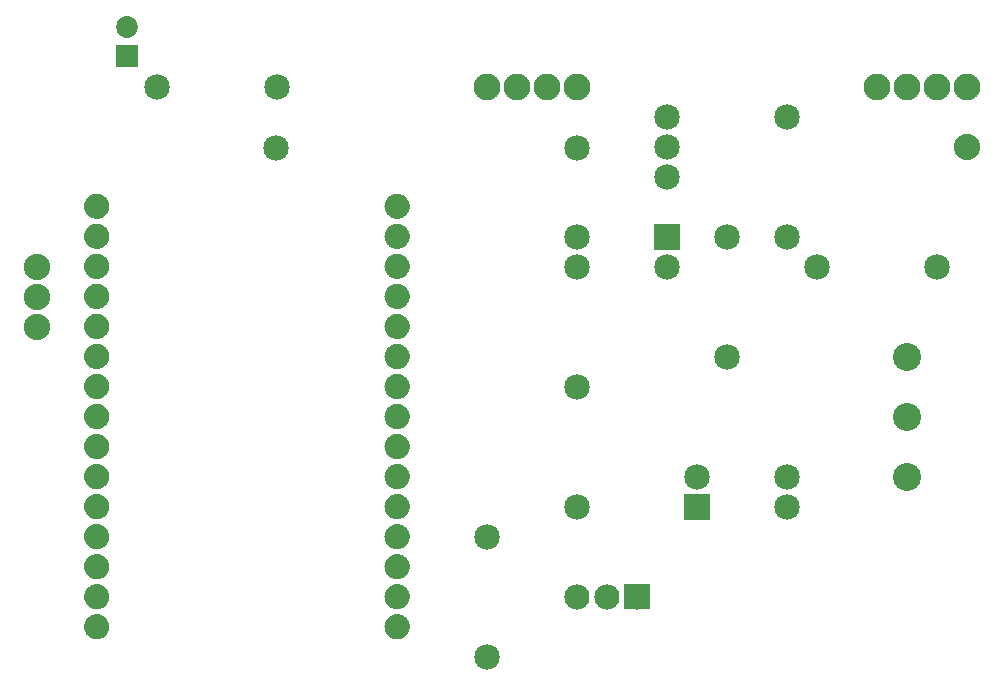
<source format=gbs>
G04 MADE WITH FRITZING*
G04 WWW.FRITZING.ORG*
G04 SINGLE SIDED*
G04 HOLES NOT PLATED*
G04 CONTOUR ON CENTER OF CONTOUR VECTOR*
%ASAXBY*%
%FSLAX23Y23*%
%MOIN*%
%OFA0B0*%
%SFA1.0B1.0*%
%ADD10C,0.084000*%
%ADD11C,0.088000*%
%ADD12C,0.072992*%
%ADD13C,0.085000*%
%ADD14C,0.093307*%
%ADD15C,0.089370*%
%ADD16R,0.072992X0.072992*%
%ADD17R,0.085000X0.085000*%
%ADD18R,0.001000X0.001000*%
%LNMASK0*%
G90*
G70*
G54D10*
X2326Y588D03*
X2226Y588D03*
X2126Y588D03*
X2326Y588D03*
X2226Y588D03*
X2126Y588D03*
X2326Y588D03*
X2226Y588D03*
X2126Y588D03*
G54D11*
X326Y1688D03*
X326Y1588D03*
X326Y1488D03*
X326Y1688D03*
X326Y1588D03*
X326Y1488D03*
G54D12*
X625Y2390D03*
X625Y2488D03*
X625Y2390D03*
X625Y2488D03*
G54D13*
X2426Y2188D03*
X2426Y2088D03*
X2426Y1988D03*
X2426Y2188D03*
X2426Y2088D03*
X2426Y1988D03*
G54D11*
X3426Y2088D03*
X3426Y2088D03*
G54D13*
X2826Y1788D03*
X2826Y2188D03*
X2826Y1788D03*
X2826Y2188D03*
X2626Y1388D03*
X2626Y1788D03*
X2626Y1388D03*
X2626Y1788D03*
X1126Y2288D03*
X726Y2288D03*
X1126Y2288D03*
X726Y2288D03*
X3326Y1688D03*
X2926Y1688D03*
X3326Y1688D03*
X2926Y1688D03*
X2526Y888D03*
X2826Y888D03*
X2526Y988D03*
X2826Y988D03*
X2526Y888D03*
X2826Y888D03*
X2526Y988D03*
X2826Y988D03*
X2426Y1788D03*
X2126Y1788D03*
X2426Y1688D03*
X2126Y1688D03*
X2426Y1788D03*
X2126Y1788D03*
X2426Y1688D03*
X2126Y1688D03*
X2126Y888D03*
X2126Y1288D03*
X2126Y888D03*
X2126Y1288D03*
X1826Y388D03*
X1826Y788D03*
X1826Y388D03*
X1826Y788D03*
X1122Y2084D03*
X2126Y2084D03*
G54D14*
X3226Y1388D03*
X3226Y1188D03*
X3226Y988D03*
X3226Y1388D03*
X3226Y1188D03*
X3226Y988D03*
G54D15*
X2126Y2288D03*
X2026Y2288D03*
X1926Y2288D03*
X1826Y2288D03*
X2126Y2288D03*
X2026Y2288D03*
X1926Y2288D03*
X1826Y2288D03*
X3426Y2288D03*
X3326Y2288D03*
X3226Y2288D03*
X3126Y2288D03*
X3426Y2288D03*
X3326Y2288D03*
X3226Y2288D03*
X3126Y2288D03*
G54D16*
X625Y2390D03*
X625Y2390D03*
G54D17*
X2526Y888D03*
X2526Y888D03*
X2426Y1788D03*
X2426Y1788D03*
G54D18*
X518Y1931D02*
X531Y1931D01*
X1519Y1931D02*
X1533Y1931D01*
X513Y1930D02*
X536Y1930D01*
X1515Y1930D02*
X1537Y1930D01*
X510Y1929D02*
X539Y1929D01*
X1512Y1929D02*
X1540Y1929D01*
X508Y1928D02*
X541Y1928D01*
X1509Y1928D02*
X1543Y1928D01*
X506Y1927D02*
X543Y1927D01*
X1507Y1927D02*
X1545Y1927D01*
X504Y1926D02*
X545Y1926D01*
X1505Y1926D02*
X1547Y1926D01*
X502Y1925D02*
X547Y1925D01*
X1504Y1925D02*
X1548Y1925D01*
X501Y1924D02*
X548Y1924D01*
X1502Y1924D02*
X1550Y1924D01*
X500Y1923D02*
X550Y1923D01*
X1501Y1923D02*
X1551Y1923D01*
X498Y1922D02*
X551Y1922D01*
X1500Y1922D02*
X1552Y1922D01*
X497Y1921D02*
X552Y1921D01*
X1499Y1921D02*
X1553Y1921D01*
X496Y1920D02*
X553Y1920D01*
X1497Y1920D02*
X1555Y1920D01*
X495Y1919D02*
X554Y1919D01*
X1496Y1919D02*
X1556Y1919D01*
X494Y1918D02*
X555Y1918D01*
X1495Y1918D02*
X1557Y1918D01*
X493Y1917D02*
X556Y1917D01*
X1495Y1917D02*
X1557Y1917D01*
X492Y1916D02*
X557Y1916D01*
X1494Y1916D02*
X1558Y1916D01*
X492Y1915D02*
X558Y1915D01*
X1493Y1915D02*
X1559Y1915D01*
X491Y1914D02*
X558Y1914D01*
X1492Y1914D02*
X1560Y1914D01*
X490Y1913D02*
X559Y1913D01*
X1492Y1913D02*
X1560Y1913D01*
X490Y1912D02*
X560Y1912D01*
X1491Y1912D02*
X1561Y1912D01*
X489Y1911D02*
X560Y1911D01*
X1490Y1911D02*
X1562Y1911D01*
X488Y1910D02*
X561Y1910D01*
X1490Y1910D02*
X1562Y1910D01*
X488Y1909D02*
X561Y1909D01*
X1489Y1909D02*
X1563Y1909D01*
X487Y1908D02*
X562Y1908D01*
X1489Y1908D02*
X1563Y1908D01*
X487Y1907D02*
X562Y1907D01*
X1488Y1907D02*
X1564Y1907D01*
X486Y1906D02*
X563Y1906D01*
X1488Y1906D02*
X1564Y1906D01*
X486Y1905D02*
X563Y1905D01*
X1487Y1905D02*
X1565Y1905D01*
X486Y1904D02*
X564Y1904D01*
X1487Y1904D02*
X1565Y1904D01*
X485Y1903D02*
X564Y1903D01*
X1487Y1903D02*
X1565Y1903D01*
X485Y1902D02*
X564Y1902D01*
X1486Y1902D02*
X1566Y1902D01*
X485Y1901D02*
X564Y1901D01*
X1486Y1901D02*
X1566Y1901D01*
X484Y1900D02*
X565Y1900D01*
X1486Y1900D02*
X1566Y1900D01*
X484Y1899D02*
X565Y1899D01*
X1486Y1899D02*
X1566Y1899D01*
X484Y1898D02*
X565Y1898D01*
X1485Y1898D02*
X1567Y1898D01*
X484Y1897D02*
X565Y1897D01*
X1485Y1897D02*
X1567Y1897D01*
X484Y1896D02*
X566Y1896D01*
X1485Y1896D02*
X1567Y1896D01*
X483Y1895D02*
X566Y1895D01*
X1485Y1895D02*
X1567Y1895D01*
X483Y1894D02*
X566Y1894D01*
X1485Y1894D02*
X1567Y1894D01*
X483Y1893D02*
X566Y1893D01*
X1485Y1893D02*
X1567Y1893D01*
X483Y1892D02*
X566Y1892D01*
X1485Y1892D02*
X1567Y1892D01*
X483Y1891D02*
X566Y1891D01*
X1485Y1891D02*
X1567Y1891D01*
X483Y1890D02*
X566Y1890D01*
X1484Y1890D02*
X1568Y1890D01*
X483Y1889D02*
X566Y1889D01*
X1484Y1889D02*
X1568Y1889D01*
X483Y1888D02*
X566Y1888D01*
X1485Y1888D02*
X1567Y1888D01*
X483Y1887D02*
X566Y1887D01*
X1485Y1887D02*
X1567Y1887D01*
X483Y1886D02*
X566Y1886D01*
X1485Y1886D02*
X1567Y1886D01*
X483Y1885D02*
X566Y1885D01*
X1485Y1885D02*
X1567Y1885D01*
X483Y1884D02*
X566Y1884D01*
X1485Y1884D02*
X1567Y1884D01*
X484Y1883D02*
X565Y1883D01*
X1485Y1883D02*
X1567Y1883D01*
X484Y1882D02*
X565Y1882D01*
X1485Y1882D02*
X1567Y1882D01*
X484Y1881D02*
X565Y1881D01*
X1485Y1881D02*
X1567Y1881D01*
X484Y1880D02*
X565Y1880D01*
X1486Y1880D02*
X1566Y1880D01*
X484Y1879D02*
X565Y1879D01*
X1486Y1879D02*
X1566Y1879D01*
X485Y1878D02*
X564Y1878D01*
X1486Y1878D02*
X1566Y1878D01*
X485Y1877D02*
X564Y1877D01*
X1486Y1877D02*
X1566Y1877D01*
X485Y1876D02*
X564Y1876D01*
X1487Y1876D02*
X1565Y1876D01*
X486Y1875D02*
X563Y1875D01*
X1487Y1875D02*
X1565Y1875D01*
X486Y1874D02*
X563Y1874D01*
X1488Y1874D02*
X1564Y1874D01*
X486Y1873D02*
X563Y1873D01*
X1488Y1873D02*
X1564Y1873D01*
X487Y1872D02*
X562Y1872D01*
X1488Y1872D02*
X1564Y1872D01*
X487Y1871D02*
X562Y1871D01*
X1489Y1871D02*
X1563Y1871D01*
X488Y1870D02*
X561Y1870D01*
X1489Y1870D02*
X1563Y1870D01*
X489Y1869D02*
X561Y1869D01*
X1490Y1869D02*
X1562Y1869D01*
X489Y1868D02*
X560Y1868D01*
X1491Y1868D02*
X1561Y1868D01*
X490Y1867D02*
X559Y1867D01*
X1491Y1867D02*
X1561Y1867D01*
X490Y1866D02*
X559Y1866D01*
X1492Y1866D02*
X1560Y1866D01*
X491Y1865D02*
X558Y1865D01*
X1493Y1865D02*
X1559Y1865D01*
X492Y1864D02*
X557Y1864D01*
X1493Y1864D02*
X1559Y1864D01*
X493Y1863D02*
X556Y1863D01*
X1494Y1863D02*
X1558Y1863D01*
X494Y1862D02*
X556Y1862D01*
X1495Y1862D02*
X1557Y1862D01*
X494Y1861D02*
X555Y1861D01*
X1496Y1861D02*
X1556Y1861D01*
X495Y1860D02*
X554Y1860D01*
X1497Y1860D02*
X1555Y1860D01*
X496Y1859D02*
X553Y1859D01*
X1498Y1859D02*
X1554Y1859D01*
X498Y1858D02*
X552Y1858D01*
X1499Y1858D02*
X1553Y1858D01*
X499Y1857D02*
X550Y1857D01*
X1500Y1857D02*
X1552Y1857D01*
X500Y1856D02*
X549Y1856D01*
X1502Y1856D02*
X1550Y1856D01*
X501Y1855D02*
X548Y1855D01*
X1503Y1855D02*
X1549Y1855D01*
X503Y1854D02*
X546Y1854D01*
X1505Y1854D02*
X1547Y1854D01*
X505Y1853D02*
X544Y1853D01*
X1506Y1853D02*
X1546Y1853D01*
X507Y1852D02*
X543Y1852D01*
X1508Y1852D02*
X1544Y1852D01*
X509Y1851D02*
X540Y1851D01*
X1510Y1851D02*
X1542Y1851D01*
X511Y1850D02*
X538Y1850D01*
X1513Y1850D02*
X1539Y1850D01*
X515Y1849D02*
X534Y1849D01*
X1516Y1849D02*
X1536Y1849D01*
X520Y1848D02*
X529Y1848D01*
X1522Y1848D02*
X1530Y1848D01*
X518Y1831D02*
X531Y1831D01*
X1520Y1831D02*
X1532Y1831D01*
X514Y1830D02*
X535Y1830D01*
X1515Y1830D02*
X1537Y1830D01*
X511Y1829D02*
X539Y1829D01*
X1512Y1829D02*
X1540Y1829D01*
X508Y1828D02*
X541Y1828D01*
X1509Y1828D02*
X1543Y1828D01*
X506Y1827D02*
X543Y1827D01*
X1507Y1827D02*
X1545Y1827D01*
X504Y1826D02*
X545Y1826D01*
X1506Y1826D02*
X1546Y1826D01*
X503Y1825D02*
X547Y1825D01*
X1504Y1825D02*
X1548Y1825D01*
X501Y1824D02*
X548Y1824D01*
X1502Y1824D02*
X1550Y1824D01*
X500Y1823D02*
X549Y1823D01*
X1501Y1823D02*
X1551Y1823D01*
X498Y1822D02*
X551Y1822D01*
X1500Y1822D02*
X1552Y1822D01*
X497Y1821D02*
X552Y1821D01*
X1499Y1821D02*
X1553Y1821D01*
X496Y1820D02*
X553Y1820D01*
X1498Y1820D02*
X1554Y1820D01*
X495Y1819D02*
X554Y1819D01*
X1496Y1819D02*
X1556Y1819D01*
X494Y1818D02*
X555Y1818D01*
X1496Y1818D02*
X1556Y1818D01*
X493Y1817D02*
X556Y1817D01*
X1495Y1817D02*
X1557Y1817D01*
X492Y1816D02*
X557Y1816D01*
X1494Y1816D02*
X1558Y1816D01*
X492Y1815D02*
X557Y1815D01*
X1493Y1815D02*
X1559Y1815D01*
X491Y1814D02*
X558Y1814D01*
X1492Y1814D02*
X1560Y1814D01*
X490Y1813D02*
X559Y1813D01*
X1492Y1813D02*
X1560Y1813D01*
X490Y1812D02*
X560Y1812D01*
X1491Y1812D02*
X1561Y1812D01*
X489Y1811D02*
X560Y1811D01*
X1490Y1811D02*
X1562Y1811D01*
X488Y1810D02*
X561Y1810D01*
X1490Y1810D02*
X1562Y1810D01*
X488Y1809D02*
X561Y1809D01*
X1489Y1809D02*
X1563Y1809D01*
X487Y1808D02*
X562Y1808D01*
X1489Y1808D02*
X1563Y1808D01*
X487Y1807D02*
X562Y1807D01*
X1488Y1807D02*
X1564Y1807D01*
X486Y1806D02*
X563Y1806D01*
X1488Y1806D02*
X1564Y1806D01*
X486Y1805D02*
X563Y1805D01*
X1487Y1805D02*
X1565Y1805D01*
X486Y1804D02*
X564Y1804D01*
X1487Y1804D02*
X1565Y1804D01*
X485Y1803D02*
X564Y1803D01*
X1487Y1803D02*
X1565Y1803D01*
X485Y1802D02*
X564Y1802D01*
X1486Y1802D02*
X1566Y1802D01*
X485Y1801D02*
X564Y1801D01*
X1486Y1801D02*
X1566Y1801D01*
X484Y1800D02*
X565Y1800D01*
X1486Y1800D02*
X1566Y1800D01*
X484Y1799D02*
X565Y1799D01*
X1486Y1799D02*
X1566Y1799D01*
X484Y1798D02*
X565Y1798D01*
X1485Y1798D02*
X1567Y1798D01*
X484Y1797D02*
X565Y1797D01*
X1485Y1797D02*
X1567Y1797D01*
X484Y1796D02*
X566Y1796D01*
X1485Y1796D02*
X1567Y1796D01*
X483Y1795D02*
X566Y1795D01*
X1485Y1795D02*
X1567Y1795D01*
X483Y1794D02*
X566Y1794D01*
X1485Y1794D02*
X1567Y1794D01*
X483Y1793D02*
X566Y1793D01*
X1485Y1793D02*
X1567Y1793D01*
X483Y1792D02*
X566Y1792D01*
X1485Y1792D02*
X1567Y1792D01*
X483Y1791D02*
X566Y1791D01*
X1485Y1791D02*
X1567Y1791D01*
X483Y1790D02*
X566Y1790D01*
X1484Y1790D02*
X1568Y1790D01*
X483Y1789D02*
X566Y1789D01*
X1484Y1789D02*
X1568Y1789D01*
X483Y1788D02*
X566Y1788D01*
X1485Y1788D02*
X1567Y1788D01*
X483Y1787D02*
X566Y1787D01*
X1485Y1787D02*
X1567Y1787D01*
X483Y1786D02*
X566Y1786D01*
X1485Y1786D02*
X1567Y1786D01*
X483Y1785D02*
X566Y1785D01*
X1485Y1785D02*
X1567Y1785D01*
X483Y1784D02*
X566Y1784D01*
X1485Y1784D02*
X1567Y1784D01*
X484Y1783D02*
X565Y1783D01*
X1485Y1783D02*
X1567Y1783D01*
X484Y1782D02*
X565Y1782D01*
X1485Y1782D02*
X1567Y1782D01*
X484Y1781D02*
X565Y1781D01*
X1485Y1781D02*
X1567Y1781D01*
X484Y1780D02*
X565Y1780D01*
X1486Y1780D02*
X1566Y1780D01*
X484Y1779D02*
X565Y1779D01*
X1486Y1779D02*
X1566Y1779D01*
X485Y1778D02*
X564Y1778D01*
X1486Y1778D02*
X1566Y1778D01*
X485Y1777D02*
X564Y1777D01*
X1486Y1777D02*
X1566Y1777D01*
X485Y1776D02*
X564Y1776D01*
X1487Y1776D02*
X1565Y1776D01*
X486Y1775D02*
X563Y1775D01*
X1487Y1775D02*
X1565Y1775D01*
X486Y1774D02*
X563Y1774D01*
X1487Y1774D02*
X1565Y1774D01*
X486Y1773D02*
X563Y1773D01*
X1488Y1773D02*
X1564Y1773D01*
X487Y1772D02*
X562Y1772D01*
X1488Y1772D02*
X1564Y1772D01*
X487Y1771D02*
X562Y1771D01*
X1489Y1771D02*
X1563Y1771D01*
X488Y1770D02*
X561Y1770D01*
X1489Y1770D02*
X1563Y1770D01*
X488Y1769D02*
X561Y1769D01*
X1490Y1769D02*
X1562Y1769D01*
X489Y1768D02*
X560Y1768D01*
X1491Y1768D02*
X1561Y1768D01*
X490Y1767D02*
X559Y1767D01*
X1491Y1767D02*
X1561Y1767D01*
X490Y1766D02*
X559Y1766D01*
X1492Y1766D02*
X1560Y1766D01*
X491Y1765D02*
X558Y1765D01*
X1493Y1765D02*
X1559Y1765D01*
X492Y1764D02*
X557Y1764D01*
X1493Y1764D02*
X1559Y1764D01*
X493Y1763D02*
X557Y1763D01*
X1494Y1763D02*
X1558Y1763D01*
X493Y1762D02*
X556Y1762D01*
X1495Y1762D02*
X1557Y1762D01*
X494Y1761D02*
X555Y1761D01*
X1496Y1761D02*
X1556Y1761D01*
X495Y1760D02*
X554Y1760D01*
X1497Y1760D02*
X1555Y1760D01*
X496Y1759D02*
X553Y1759D01*
X1498Y1759D02*
X1554Y1759D01*
X497Y1758D02*
X552Y1758D01*
X1499Y1758D02*
X1553Y1758D01*
X499Y1757D02*
X551Y1757D01*
X1500Y1757D02*
X1552Y1757D01*
X500Y1756D02*
X549Y1756D01*
X1501Y1756D02*
X1551Y1756D01*
X501Y1755D02*
X548Y1755D01*
X1503Y1755D02*
X1549Y1755D01*
X503Y1754D02*
X546Y1754D01*
X1504Y1754D02*
X1548Y1754D01*
X505Y1753D02*
X545Y1753D01*
X1506Y1753D02*
X1546Y1753D01*
X506Y1752D02*
X543Y1752D01*
X1508Y1752D02*
X1544Y1752D01*
X508Y1751D02*
X541Y1751D01*
X1510Y1751D02*
X1542Y1751D01*
X511Y1750D02*
X538Y1750D01*
X1513Y1750D02*
X1539Y1750D01*
X515Y1749D02*
X535Y1749D01*
X1516Y1749D02*
X1536Y1749D01*
X520Y1748D02*
X529Y1748D01*
X1521Y1748D02*
X1531Y1748D01*
X519Y1731D02*
X530Y1731D01*
X1521Y1731D02*
X1531Y1731D01*
X514Y1730D02*
X535Y1730D01*
X1516Y1730D02*
X1536Y1730D01*
X511Y1729D02*
X538Y1729D01*
X1512Y1729D02*
X1540Y1729D01*
X508Y1728D02*
X541Y1728D01*
X1510Y1728D02*
X1542Y1728D01*
X506Y1727D02*
X543Y1727D01*
X1508Y1727D02*
X1544Y1727D01*
X504Y1726D02*
X545Y1726D01*
X1506Y1726D02*
X1546Y1726D01*
X503Y1725D02*
X546Y1725D01*
X1504Y1725D02*
X1548Y1725D01*
X501Y1724D02*
X548Y1724D01*
X1503Y1724D02*
X1549Y1724D01*
X500Y1723D02*
X549Y1723D01*
X1501Y1723D02*
X1551Y1723D01*
X498Y1722D02*
X551Y1722D01*
X1500Y1722D02*
X1552Y1722D01*
X497Y1721D02*
X552Y1721D01*
X1499Y1721D02*
X1553Y1721D01*
X496Y1720D02*
X553Y1720D01*
X1498Y1720D02*
X1554Y1720D01*
X495Y1719D02*
X554Y1719D01*
X1497Y1719D02*
X1555Y1719D01*
X494Y1718D02*
X555Y1718D01*
X1496Y1718D02*
X1556Y1718D01*
X493Y1717D02*
X556Y1717D01*
X1495Y1717D02*
X1557Y1717D01*
X493Y1716D02*
X557Y1716D01*
X1494Y1716D02*
X1558Y1716D01*
X492Y1715D02*
X557Y1715D01*
X1493Y1715D02*
X1559Y1715D01*
X491Y1714D02*
X558Y1714D01*
X1492Y1714D02*
X1560Y1714D01*
X490Y1713D02*
X559Y1713D01*
X1492Y1713D02*
X1560Y1713D01*
X490Y1712D02*
X559Y1712D01*
X1491Y1712D02*
X1561Y1712D01*
X489Y1711D02*
X560Y1711D01*
X1490Y1711D02*
X1562Y1711D01*
X488Y1710D02*
X561Y1710D01*
X1490Y1710D02*
X1562Y1710D01*
X488Y1709D02*
X561Y1709D01*
X1489Y1709D02*
X1563Y1709D01*
X487Y1708D02*
X562Y1708D01*
X1489Y1708D02*
X1563Y1708D01*
X487Y1707D02*
X562Y1707D01*
X1488Y1707D02*
X1564Y1707D01*
X486Y1706D02*
X563Y1706D01*
X1488Y1706D02*
X1564Y1706D01*
X486Y1705D02*
X563Y1705D01*
X1487Y1705D02*
X1565Y1705D01*
X486Y1704D02*
X563Y1704D01*
X1487Y1704D02*
X1565Y1704D01*
X485Y1703D02*
X564Y1703D01*
X1487Y1703D02*
X1565Y1703D01*
X485Y1702D02*
X564Y1702D01*
X1486Y1702D02*
X1566Y1702D01*
X485Y1701D02*
X564Y1701D01*
X1486Y1701D02*
X1566Y1701D01*
X484Y1700D02*
X565Y1700D01*
X1486Y1700D02*
X1566Y1700D01*
X484Y1699D02*
X565Y1699D01*
X1486Y1699D02*
X1566Y1699D01*
X484Y1698D02*
X565Y1698D01*
X1485Y1698D02*
X1567Y1698D01*
X484Y1697D02*
X565Y1697D01*
X1485Y1697D02*
X1567Y1697D01*
X484Y1696D02*
X565Y1696D01*
X1485Y1696D02*
X1567Y1696D01*
X483Y1695D02*
X566Y1695D01*
X1485Y1695D02*
X1567Y1695D01*
X483Y1694D02*
X566Y1694D01*
X1485Y1694D02*
X1567Y1694D01*
X483Y1693D02*
X566Y1693D01*
X1485Y1693D02*
X1567Y1693D01*
X483Y1692D02*
X566Y1692D01*
X1485Y1692D02*
X1567Y1692D01*
X483Y1691D02*
X566Y1691D01*
X1485Y1691D02*
X1567Y1691D01*
X483Y1690D02*
X566Y1690D01*
X1484Y1690D02*
X1568Y1690D01*
X483Y1689D02*
X566Y1689D01*
X1484Y1689D02*
X1568Y1689D01*
X483Y1688D02*
X566Y1688D01*
X1485Y1688D02*
X1567Y1688D01*
X483Y1687D02*
X566Y1687D01*
X1485Y1687D02*
X1567Y1687D01*
X483Y1686D02*
X566Y1686D01*
X1485Y1686D02*
X1567Y1686D01*
X483Y1685D02*
X566Y1685D01*
X1485Y1685D02*
X1567Y1685D01*
X483Y1684D02*
X566Y1684D01*
X1485Y1684D02*
X1567Y1684D01*
X484Y1683D02*
X565Y1683D01*
X1485Y1683D02*
X1567Y1683D01*
X484Y1682D02*
X565Y1682D01*
X1485Y1682D02*
X1567Y1682D01*
X484Y1681D02*
X565Y1681D01*
X1485Y1681D02*
X1567Y1681D01*
X484Y1680D02*
X565Y1680D01*
X1486Y1680D02*
X1566Y1680D01*
X484Y1679D02*
X565Y1679D01*
X1486Y1679D02*
X1566Y1679D01*
X485Y1678D02*
X564Y1678D01*
X1486Y1678D02*
X1566Y1678D01*
X485Y1677D02*
X564Y1677D01*
X1486Y1677D02*
X1566Y1677D01*
X485Y1676D02*
X564Y1676D01*
X1487Y1676D02*
X1565Y1676D01*
X486Y1675D02*
X563Y1675D01*
X1487Y1675D02*
X1565Y1675D01*
X486Y1674D02*
X563Y1674D01*
X1487Y1674D02*
X1565Y1674D01*
X486Y1673D02*
X563Y1673D01*
X1488Y1673D02*
X1564Y1673D01*
X487Y1672D02*
X562Y1672D01*
X1488Y1672D02*
X1564Y1672D01*
X487Y1671D02*
X562Y1671D01*
X1489Y1671D02*
X1563Y1671D01*
X488Y1670D02*
X561Y1670D01*
X1489Y1670D02*
X1563Y1670D01*
X488Y1669D02*
X561Y1669D01*
X1490Y1669D02*
X1562Y1669D01*
X489Y1668D02*
X560Y1668D01*
X1490Y1668D02*
X1562Y1668D01*
X490Y1667D02*
X559Y1667D01*
X1491Y1667D02*
X1561Y1667D01*
X490Y1666D02*
X559Y1666D01*
X1492Y1666D02*
X1560Y1666D01*
X491Y1665D02*
X558Y1665D01*
X1492Y1665D02*
X1560Y1665D01*
X492Y1664D02*
X557Y1664D01*
X1493Y1664D02*
X1559Y1664D01*
X492Y1663D02*
X557Y1663D01*
X1494Y1663D02*
X1558Y1663D01*
X493Y1662D02*
X556Y1662D01*
X1495Y1662D02*
X1557Y1662D01*
X494Y1661D02*
X555Y1661D01*
X1496Y1661D02*
X1556Y1661D01*
X495Y1660D02*
X554Y1660D01*
X1497Y1660D02*
X1555Y1660D01*
X496Y1659D02*
X553Y1659D01*
X1498Y1659D02*
X1554Y1659D01*
X497Y1658D02*
X552Y1658D01*
X1499Y1658D02*
X1553Y1658D01*
X498Y1657D02*
X551Y1657D01*
X1500Y1657D02*
X1552Y1657D01*
X500Y1656D02*
X549Y1656D01*
X1501Y1656D02*
X1551Y1656D01*
X501Y1655D02*
X548Y1655D01*
X1503Y1655D02*
X1549Y1655D01*
X503Y1654D02*
X546Y1654D01*
X1504Y1654D02*
X1548Y1654D01*
X504Y1653D02*
X545Y1653D01*
X1506Y1653D02*
X1546Y1653D01*
X506Y1652D02*
X543Y1652D01*
X1508Y1652D02*
X1544Y1652D01*
X508Y1651D02*
X541Y1651D01*
X1510Y1651D02*
X1542Y1651D01*
X511Y1650D02*
X538Y1650D01*
X1512Y1650D02*
X1540Y1650D01*
X514Y1649D02*
X535Y1649D01*
X1516Y1649D02*
X1536Y1649D01*
X519Y1648D02*
X530Y1648D01*
X1520Y1648D02*
X1532Y1648D01*
X520Y1631D02*
X529Y1631D01*
X1521Y1631D02*
X1531Y1631D01*
X515Y1630D02*
X534Y1630D01*
X1516Y1630D02*
X1536Y1630D01*
X511Y1629D02*
X538Y1629D01*
X1513Y1629D02*
X1539Y1629D01*
X508Y1628D02*
X541Y1628D01*
X1510Y1628D02*
X1542Y1628D01*
X506Y1627D02*
X543Y1627D01*
X1508Y1627D02*
X1544Y1627D01*
X505Y1626D02*
X545Y1626D01*
X1506Y1626D02*
X1546Y1626D01*
X503Y1625D02*
X546Y1625D01*
X1504Y1625D02*
X1548Y1625D01*
X501Y1624D02*
X548Y1624D01*
X1503Y1624D02*
X1549Y1624D01*
X500Y1623D02*
X549Y1623D01*
X1501Y1623D02*
X1551Y1623D01*
X499Y1622D02*
X550Y1622D01*
X1500Y1622D02*
X1552Y1622D01*
X497Y1621D02*
X552Y1621D01*
X1499Y1621D02*
X1553Y1621D01*
X496Y1620D02*
X553Y1620D01*
X1498Y1620D02*
X1554Y1620D01*
X495Y1619D02*
X554Y1619D01*
X1497Y1619D02*
X1555Y1619D01*
X494Y1618D02*
X555Y1618D01*
X1496Y1618D02*
X1556Y1618D01*
X493Y1617D02*
X556Y1617D01*
X1495Y1617D02*
X1557Y1617D01*
X493Y1616D02*
X557Y1616D01*
X1494Y1616D02*
X1558Y1616D01*
X492Y1615D02*
X557Y1615D01*
X1493Y1615D02*
X1559Y1615D01*
X491Y1614D02*
X558Y1614D01*
X1493Y1614D02*
X1559Y1614D01*
X490Y1613D02*
X559Y1613D01*
X1492Y1613D02*
X1560Y1613D01*
X490Y1612D02*
X559Y1612D01*
X1491Y1612D02*
X1561Y1612D01*
X489Y1611D02*
X560Y1611D01*
X1491Y1611D02*
X1561Y1611D01*
X488Y1610D02*
X561Y1610D01*
X1490Y1610D02*
X1562Y1610D01*
X488Y1609D02*
X561Y1609D01*
X1489Y1609D02*
X1563Y1609D01*
X487Y1608D02*
X562Y1608D01*
X1489Y1608D02*
X1563Y1608D01*
X487Y1607D02*
X562Y1607D01*
X1488Y1607D02*
X1564Y1607D01*
X486Y1606D02*
X563Y1606D01*
X1488Y1606D02*
X1564Y1606D01*
X486Y1605D02*
X563Y1605D01*
X1487Y1605D02*
X1565Y1605D01*
X486Y1604D02*
X563Y1604D01*
X1487Y1604D02*
X1565Y1604D01*
X485Y1603D02*
X564Y1603D01*
X1487Y1603D02*
X1565Y1603D01*
X485Y1602D02*
X564Y1602D01*
X1486Y1602D02*
X1566Y1602D01*
X485Y1601D02*
X564Y1601D01*
X1486Y1601D02*
X1566Y1601D01*
X484Y1600D02*
X565Y1600D01*
X1486Y1600D02*
X1566Y1600D01*
X484Y1599D02*
X565Y1599D01*
X1486Y1599D02*
X1566Y1599D01*
X484Y1598D02*
X565Y1598D01*
X1485Y1598D02*
X1567Y1598D01*
X484Y1597D02*
X565Y1597D01*
X1485Y1597D02*
X1567Y1597D01*
X484Y1596D02*
X565Y1596D01*
X1485Y1596D02*
X1567Y1596D01*
X483Y1595D02*
X566Y1595D01*
X1485Y1595D02*
X1567Y1595D01*
X483Y1594D02*
X566Y1594D01*
X1485Y1594D02*
X1567Y1594D01*
X483Y1593D02*
X566Y1593D01*
X1485Y1593D02*
X1567Y1593D01*
X483Y1592D02*
X566Y1592D01*
X1485Y1592D02*
X1567Y1592D01*
X483Y1591D02*
X566Y1591D01*
X1485Y1591D02*
X1567Y1591D01*
X483Y1590D02*
X566Y1590D01*
X1484Y1590D02*
X1568Y1590D01*
X483Y1589D02*
X566Y1589D01*
X1484Y1589D02*
X1568Y1589D01*
X483Y1588D02*
X566Y1588D01*
X1485Y1588D02*
X1567Y1588D01*
X483Y1587D02*
X566Y1587D01*
X1485Y1587D02*
X1567Y1587D01*
X483Y1586D02*
X566Y1586D01*
X1485Y1586D02*
X1567Y1586D01*
X483Y1585D02*
X566Y1585D01*
X1485Y1585D02*
X1567Y1585D01*
X483Y1584D02*
X566Y1584D01*
X1485Y1584D02*
X1567Y1584D01*
X484Y1583D02*
X566Y1583D01*
X1485Y1583D02*
X1567Y1583D01*
X484Y1582D02*
X565Y1582D01*
X1485Y1582D02*
X1567Y1582D01*
X484Y1581D02*
X565Y1581D01*
X1485Y1581D02*
X1567Y1581D01*
X484Y1580D02*
X565Y1580D01*
X1486Y1580D02*
X1566Y1580D01*
X484Y1579D02*
X565Y1579D01*
X1486Y1579D02*
X1566Y1579D01*
X485Y1578D02*
X564Y1578D01*
X1486Y1578D02*
X1566Y1578D01*
X485Y1577D02*
X564Y1577D01*
X1486Y1577D02*
X1566Y1577D01*
X485Y1576D02*
X564Y1576D01*
X1487Y1576D02*
X1565Y1576D01*
X486Y1575D02*
X564Y1575D01*
X1487Y1575D02*
X1565Y1575D01*
X486Y1574D02*
X563Y1574D01*
X1487Y1574D02*
X1565Y1574D01*
X486Y1573D02*
X563Y1573D01*
X1488Y1573D02*
X1564Y1573D01*
X487Y1572D02*
X562Y1572D01*
X1488Y1572D02*
X1564Y1572D01*
X487Y1571D02*
X562Y1571D01*
X1489Y1571D02*
X1563Y1571D01*
X488Y1570D02*
X561Y1570D01*
X1489Y1570D02*
X1563Y1570D01*
X488Y1569D02*
X561Y1569D01*
X1490Y1569D02*
X1562Y1569D01*
X489Y1568D02*
X560Y1568D01*
X1490Y1568D02*
X1562Y1568D01*
X490Y1567D02*
X560Y1567D01*
X1491Y1567D02*
X1561Y1567D01*
X490Y1566D02*
X559Y1566D01*
X1492Y1566D02*
X1560Y1566D01*
X491Y1565D02*
X558Y1565D01*
X1492Y1565D02*
X1560Y1565D01*
X492Y1564D02*
X557Y1564D01*
X1493Y1564D02*
X1559Y1564D01*
X492Y1563D02*
X557Y1563D01*
X1494Y1563D02*
X1558Y1563D01*
X493Y1562D02*
X556Y1562D01*
X1495Y1562D02*
X1557Y1562D01*
X494Y1561D02*
X555Y1561D01*
X1496Y1561D02*
X1556Y1561D01*
X495Y1560D02*
X554Y1560D01*
X1496Y1560D02*
X1556Y1560D01*
X496Y1559D02*
X553Y1559D01*
X1497Y1559D02*
X1555Y1559D01*
X497Y1558D02*
X552Y1558D01*
X1499Y1558D02*
X1553Y1558D01*
X498Y1557D02*
X551Y1557D01*
X1500Y1557D02*
X1552Y1557D01*
X500Y1556D02*
X549Y1556D01*
X1501Y1556D02*
X1551Y1556D01*
X501Y1555D02*
X548Y1555D01*
X1502Y1555D02*
X1550Y1555D01*
X503Y1554D02*
X547Y1554D01*
X1504Y1554D02*
X1548Y1554D01*
X504Y1553D02*
X545Y1553D01*
X1506Y1553D02*
X1546Y1553D01*
X506Y1552D02*
X543Y1552D01*
X1507Y1552D02*
X1545Y1552D01*
X508Y1551D02*
X541Y1551D01*
X1509Y1551D02*
X1543Y1551D01*
X511Y1550D02*
X539Y1550D01*
X1512Y1550D02*
X1540Y1550D01*
X514Y1549D02*
X535Y1549D01*
X1515Y1549D02*
X1537Y1549D01*
X518Y1548D02*
X531Y1548D01*
X1520Y1548D02*
X1532Y1548D01*
X520Y1531D02*
X529Y1531D01*
X1522Y1531D02*
X1530Y1531D01*
X515Y1530D02*
X534Y1530D01*
X1517Y1530D02*
X1535Y1530D01*
X511Y1529D02*
X538Y1529D01*
X1513Y1529D02*
X1539Y1529D01*
X509Y1528D02*
X540Y1528D01*
X1510Y1528D02*
X1542Y1528D01*
X507Y1527D02*
X542Y1527D01*
X1508Y1527D02*
X1544Y1527D01*
X505Y1526D02*
X544Y1526D01*
X1506Y1526D02*
X1546Y1526D01*
X503Y1525D02*
X546Y1525D01*
X1505Y1525D02*
X1547Y1525D01*
X502Y1524D02*
X548Y1524D01*
X1503Y1524D02*
X1549Y1524D01*
X500Y1523D02*
X549Y1523D01*
X1502Y1523D02*
X1550Y1523D01*
X499Y1522D02*
X550Y1522D01*
X1500Y1522D02*
X1552Y1522D01*
X498Y1521D02*
X552Y1521D01*
X1499Y1521D02*
X1553Y1521D01*
X496Y1520D02*
X553Y1520D01*
X1498Y1520D02*
X1554Y1520D01*
X495Y1519D02*
X554Y1519D01*
X1497Y1519D02*
X1555Y1519D01*
X494Y1518D02*
X555Y1518D01*
X1496Y1518D02*
X1556Y1518D01*
X494Y1517D02*
X556Y1517D01*
X1495Y1517D02*
X1557Y1517D01*
X493Y1516D02*
X556Y1516D01*
X1494Y1516D02*
X1558Y1516D01*
X492Y1515D02*
X557Y1515D01*
X1493Y1515D02*
X1559Y1515D01*
X491Y1514D02*
X558Y1514D01*
X1493Y1514D02*
X1559Y1514D01*
X490Y1513D02*
X559Y1513D01*
X1492Y1513D02*
X1560Y1513D01*
X490Y1512D02*
X559Y1512D01*
X1491Y1512D02*
X1561Y1512D01*
X489Y1511D02*
X560Y1511D01*
X1491Y1511D02*
X1561Y1511D01*
X489Y1510D02*
X561Y1510D01*
X1490Y1510D02*
X1562Y1510D01*
X488Y1509D02*
X561Y1509D01*
X1489Y1509D02*
X1563Y1509D01*
X487Y1508D02*
X562Y1508D01*
X1489Y1508D02*
X1563Y1508D01*
X487Y1507D02*
X562Y1507D01*
X1488Y1507D02*
X1564Y1507D01*
X486Y1506D02*
X563Y1506D01*
X1488Y1506D02*
X1564Y1506D01*
X486Y1505D02*
X563Y1505D01*
X1488Y1505D02*
X1564Y1505D01*
X486Y1504D02*
X563Y1504D01*
X1487Y1504D02*
X1565Y1504D01*
X485Y1503D02*
X564Y1503D01*
X1487Y1503D02*
X1565Y1503D01*
X485Y1502D02*
X564Y1502D01*
X1486Y1502D02*
X1566Y1502D01*
X485Y1501D02*
X564Y1501D01*
X1486Y1501D02*
X1566Y1501D01*
X485Y1500D02*
X565Y1500D01*
X1486Y1500D02*
X1566Y1500D01*
X484Y1499D02*
X565Y1499D01*
X1486Y1499D02*
X1566Y1499D01*
X484Y1498D02*
X565Y1498D01*
X1485Y1498D02*
X1567Y1498D01*
X484Y1497D02*
X565Y1497D01*
X1485Y1497D02*
X1567Y1497D01*
X484Y1496D02*
X565Y1496D01*
X1485Y1496D02*
X1567Y1496D01*
X483Y1495D02*
X566Y1495D01*
X1485Y1495D02*
X1567Y1495D01*
X483Y1494D02*
X566Y1494D01*
X1485Y1494D02*
X1567Y1494D01*
X483Y1493D02*
X566Y1493D01*
X1485Y1493D02*
X1567Y1493D01*
X483Y1492D02*
X566Y1492D01*
X1485Y1492D02*
X1567Y1492D01*
X483Y1491D02*
X566Y1491D01*
X1485Y1491D02*
X1567Y1491D01*
X483Y1490D02*
X566Y1490D01*
X1484Y1490D02*
X1568Y1490D01*
X483Y1489D02*
X566Y1489D01*
X1484Y1489D02*
X1568Y1489D01*
X483Y1488D02*
X566Y1488D01*
X1485Y1488D02*
X1567Y1488D01*
X483Y1487D02*
X566Y1487D01*
X1485Y1487D02*
X1567Y1487D01*
X483Y1486D02*
X566Y1486D01*
X1485Y1486D02*
X1567Y1486D01*
X483Y1485D02*
X566Y1485D01*
X1485Y1485D02*
X1567Y1485D01*
X483Y1484D02*
X566Y1484D01*
X1485Y1484D02*
X1567Y1484D01*
X484Y1483D02*
X566Y1483D01*
X1485Y1483D02*
X1567Y1483D01*
X484Y1482D02*
X565Y1482D01*
X1485Y1482D02*
X1567Y1482D01*
X484Y1481D02*
X565Y1481D01*
X1485Y1481D02*
X1567Y1481D01*
X484Y1480D02*
X565Y1480D01*
X1486Y1480D02*
X1566Y1480D01*
X484Y1479D02*
X565Y1479D01*
X1486Y1479D02*
X1566Y1479D01*
X485Y1478D02*
X564Y1478D01*
X1486Y1478D02*
X1566Y1478D01*
X485Y1477D02*
X564Y1477D01*
X1486Y1477D02*
X1566Y1477D01*
X485Y1476D02*
X564Y1476D01*
X1487Y1476D02*
X1565Y1476D01*
X486Y1475D02*
X564Y1475D01*
X1487Y1475D02*
X1565Y1475D01*
X486Y1474D02*
X563Y1474D01*
X1487Y1474D02*
X1565Y1474D01*
X486Y1473D02*
X563Y1473D01*
X1488Y1473D02*
X1564Y1473D01*
X487Y1472D02*
X562Y1472D01*
X1488Y1472D02*
X1564Y1472D01*
X487Y1471D02*
X562Y1471D01*
X1489Y1471D02*
X1563Y1471D01*
X488Y1470D02*
X561Y1470D01*
X1489Y1470D02*
X1563Y1470D01*
X488Y1469D02*
X561Y1469D01*
X1490Y1469D02*
X1562Y1469D01*
X489Y1468D02*
X560Y1468D01*
X1490Y1468D02*
X1562Y1468D01*
X490Y1467D02*
X560Y1467D01*
X1491Y1467D02*
X1561Y1467D01*
X490Y1466D02*
X559Y1466D01*
X1492Y1466D02*
X1560Y1466D01*
X491Y1465D02*
X558Y1465D01*
X1492Y1465D02*
X1560Y1465D01*
X492Y1464D02*
X558Y1464D01*
X1493Y1464D02*
X1559Y1464D01*
X492Y1463D02*
X557Y1463D01*
X1494Y1463D02*
X1558Y1463D01*
X493Y1462D02*
X556Y1462D01*
X1495Y1462D02*
X1557Y1462D01*
X494Y1461D02*
X555Y1461D01*
X1495Y1461D02*
X1557Y1461D01*
X495Y1460D02*
X554Y1460D01*
X1496Y1460D02*
X1556Y1460D01*
X496Y1459D02*
X553Y1459D01*
X1497Y1459D02*
X1555Y1459D01*
X497Y1458D02*
X552Y1458D01*
X1498Y1458D02*
X1554Y1458D01*
X498Y1457D02*
X551Y1457D01*
X1500Y1457D02*
X1552Y1457D01*
X500Y1456D02*
X550Y1456D01*
X1501Y1456D02*
X1551Y1456D01*
X501Y1455D02*
X548Y1455D01*
X1502Y1455D02*
X1550Y1455D01*
X502Y1454D02*
X547Y1454D01*
X1504Y1454D02*
X1548Y1454D01*
X504Y1453D02*
X545Y1453D01*
X1505Y1453D02*
X1547Y1453D01*
X506Y1452D02*
X543Y1452D01*
X1507Y1452D02*
X1545Y1452D01*
X508Y1451D02*
X541Y1451D01*
X1509Y1451D02*
X1543Y1451D01*
X510Y1450D02*
X539Y1450D01*
X1512Y1450D02*
X1540Y1450D01*
X513Y1449D02*
X536Y1449D01*
X1515Y1449D02*
X1537Y1449D01*
X518Y1448D02*
X532Y1448D01*
X1519Y1448D02*
X1533Y1448D01*
X522Y1431D02*
X527Y1431D01*
X1523Y1431D02*
X1529Y1431D01*
X516Y1430D02*
X534Y1430D01*
X1517Y1430D02*
X1535Y1430D01*
X512Y1429D02*
X537Y1429D01*
X1513Y1429D02*
X1539Y1429D01*
X509Y1428D02*
X540Y1428D01*
X1510Y1428D02*
X1542Y1428D01*
X507Y1427D02*
X542Y1427D01*
X1508Y1427D02*
X1544Y1427D01*
X505Y1426D02*
X544Y1426D01*
X1506Y1426D02*
X1546Y1426D01*
X503Y1425D02*
X546Y1425D01*
X1505Y1425D02*
X1547Y1425D01*
X502Y1424D02*
X547Y1424D01*
X1503Y1424D02*
X1549Y1424D01*
X500Y1423D02*
X549Y1423D01*
X1502Y1423D02*
X1550Y1423D01*
X499Y1422D02*
X550Y1422D01*
X1500Y1422D02*
X1552Y1422D01*
X498Y1421D02*
X551Y1421D01*
X1499Y1421D02*
X1553Y1421D01*
X497Y1420D02*
X553Y1420D01*
X1498Y1420D02*
X1554Y1420D01*
X495Y1419D02*
X554Y1419D01*
X1497Y1419D02*
X1555Y1419D01*
X495Y1418D02*
X555Y1418D01*
X1496Y1418D02*
X1556Y1418D01*
X494Y1417D02*
X555Y1417D01*
X1495Y1417D02*
X1557Y1417D01*
X493Y1416D02*
X556Y1416D01*
X1494Y1416D02*
X1558Y1416D01*
X492Y1415D02*
X557Y1415D01*
X1493Y1415D02*
X1559Y1415D01*
X491Y1414D02*
X558Y1414D01*
X1493Y1414D02*
X1559Y1414D01*
X491Y1413D02*
X559Y1413D01*
X1492Y1413D02*
X1560Y1413D01*
X490Y1412D02*
X559Y1412D01*
X1491Y1412D02*
X1561Y1412D01*
X489Y1411D02*
X560Y1411D01*
X1491Y1411D02*
X1561Y1411D01*
X489Y1410D02*
X560Y1410D01*
X1490Y1410D02*
X1562Y1410D01*
X488Y1409D02*
X561Y1409D01*
X1489Y1409D02*
X1563Y1409D01*
X488Y1408D02*
X562Y1408D01*
X1489Y1408D02*
X1563Y1408D01*
X487Y1407D02*
X562Y1407D01*
X1488Y1407D02*
X1564Y1407D01*
X487Y1406D02*
X563Y1406D01*
X1488Y1406D02*
X1564Y1406D01*
X486Y1405D02*
X563Y1405D01*
X1488Y1405D02*
X1564Y1405D01*
X486Y1404D02*
X563Y1404D01*
X1487Y1404D02*
X1565Y1404D01*
X485Y1403D02*
X564Y1403D01*
X1487Y1403D02*
X1565Y1403D01*
X485Y1402D02*
X564Y1402D01*
X1486Y1402D02*
X1565Y1402D01*
X485Y1401D02*
X564Y1401D01*
X1486Y1401D02*
X1566Y1401D01*
X485Y1400D02*
X565Y1400D01*
X1486Y1400D02*
X1566Y1400D01*
X484Y1399D02*
X565Y1399D01*
X1486Y1399D02*
X1566Y1399D01*
X484Y1398D02*
X565Y1398D01*
X1485Y1398D02*
X1567Y1398D01*
X484Y1397D02*
X565Y1397D01*
X1485Y1397D02*
X1567Y1397D01*
X484Y1396D02*
X565Y1396D01*
X1485Y1396D02*
X1567Y1396D01*
X484Y1395D02*
X566Y1395D01*
X1485Y1395D02*
X1567Y1395D01*
X483Y1394D02*
X566Y1394D01*
X1485Y1394D02*
X1567Y1394D01*
X483Y1393D02*
X566Y1393D01*
X1485Y1393D02*
X1567Y1393D01*
X483Y1392D02*
X566Y1392D01*
X1485Y1392D02*
X1567Y1392D01*
X483Y1391D02*
X566Y1391D01*
X1485Y1391D02*
X1567Y1391D01*
X483Y1390D02*
X566Y1390D01*
X1484Y1390D02*
X1567Y1390D01*
X483Y1389D02*
X566Y1389D01*
X1484Y1389D02*
X1568Y1389D01*
X483Y1388D02*
X566Y1388D01*
X1485Y1388D02*
X1567Y1388D01*
X483Y1387D02*
X566Y1387D01*
X1485Y1387D02*
X1567Y1387D01*
X483Y1386D02*
X566Y1386D01*
X1485Y1386D02*
X1567Y1386D01*
X483Y1385D02*
X566Y1385D01*
X1485Y1385D02*
X1567Y1385D01*
X483Y1384D02*
X566Y1384D01*
X1485Y1384D02*
X1567Y1384D01*
X484Y1383D02*
X566Y1383D01*
X1485Y1383D02*
X1567Y1383D01*
X484Y1382D02*
X565Y1382D01*
X1485Y1382D02*
X1567Y1382D01*
X484Y1381D02*
X565Y1381D01*
X1485Y1381D02*
X1567Y1381D01*
X484Y1380D02*
X565Y1380D01*
X1486Y1380D02*
X1566Y1380D01*
X484Y1379D02*
X565Y1379D01*
X1486Y1379D02*
X1566Y1379D01*
X485Y1378D02*
X565Y1378D01*
X1486Y1378D02*
X1566Y1378D01*
X485Y1377D02*
X564Y1377D01*
X1486Y1377D02*
X1566Y1377D01*
X485Y1376D02*
X564Y1376D01*
X1487Y1376D02*
X1565Y1376D01*
X486Y1375D02*
X564Y1375D01*
X1487Y1375D02*
X1565Y1375D01*
X486Y1374D02*
X563Y1374D01*
X1487Y1374D02*
X1565Y1374D01*
X486Y1373D02*
X563Y1373D01*
X1488Y1373D02*
X1564Y1373D01*
X487Y1372D02*
X562Y1372D01*
X1488Y1372D02*
X1564Y1372D01*
X487Y1371D02*
X562Y1371D01*
X1489Y1371D02*
X1563Y1371D01*
X488Y1370D02*
X561Y1370D01*
X1489Y1370D02*
X1563Y1370D01*
X488Y1369D02*
X561Y1369D01*
X1490Y1369D02*
X1562Y1369D01*
X489Y1368D02*
X560Y1368D01*
X1490Y1368D02*
X1562Y1368D01*
X489Y1367D02*
X560Y1367D01*
X1491Y1367D02*
X1561Y1367D01*
X490Y1366D02*
X559Y1366D01*
X1492Y1366D02*
X1560Y1366D01*
X491Y1365D02*
X558Y1365D01*
X1492Y1365D02*
X1560Y1365D01*
X491Y1364D02*
X558Y1364D01*
X1493Y1364D02*
X1559Y1364D01*
X492Y1363D02*
X557Y1363D01*
X1494Y1363D02*
X1558Y1363D01*
X493Y1362D02*
X556Y1362D01*
X1494Y1362D02*
X1558Y1362D01*
X494Y1361D02*
X555Y1361D01*
X1495Y1361D02*
X1557Y1361D01*
X495Y1360D02*
X554Y1360D01*
X1496Y1360D02*
X1556Y1360D01*
X496Y1359D02*
X553Y1359D01*
X1497Y1359D02*
X1555Y1359D01*
X497Y1358D02*
X552Y1358D01*
X1498Y1358D02*
X1554Y1358D01*
X498Y1357D02*
X551Y1357D01*
X1499Y1357D02*
X1553Y1357D01*
X499Y1356D02*
X550Y1356D01*
X1501Y1356D02*
X1551Y1356D01*
X501Y1355D02*
X548Y1355D01*
X1502Y1355D02*
X1550Y1355D01*
X502Y1354D02*
X547Y1354D01*
X1504Y1354D02*
X1548Y1354D01*
X504Y1353D02*
X545Y1353D01*
X1505Y1353D02*
X1547Y1353D01*
X505Y1352D02*
X544Y1352D01*
X1507Y1352D02*
X1545Y1352D01*
X508Y1351D02*
X542Y1351D01*
X1509Y1351D02*
X1543Y1351D01*
X510Y1350D02*
X539Y1350D01*
X1511Y1350D02*
X1541Y1350D01*
X513Y1349D02*
X536Y1349D01*
X1514Y1349D02*
X1538Y1349D01*
X517Y1348D02*
X532Y1348D01*
X1518Y1348D02*
X1534Y1348D01*
X523Y1331D02*
X526Y1331D01*
X1525Y1331D02*
X1527Y1331D01*
X516Y1330D02*
X533Y1330D01*
X1517Y1330D02*
X1535Y1330D01*
X512Y1329D02*
X537Y1329D01*
X1514Y1329D02*
X1538Y1329D01*
X509Y1328D02*
X540Y1328D01*
X1511Y1328D02*
X1541Y1328D01*
X507Y1327D02*
X542Y1327D01*
X1509Y1327D02*
X1543Y1327D01*
X505Y1326D02*
X544Y1326D01*
X1507Y1326D02*
X1545Y1326D01*
X503Y1325D02*
X546Y1325D01*
X1505Y1325D02*
X1547Y1325D01*
X502Y1324D02*
X547Y1324D01*
X1503Y1324D02*
X1549Y1324D01*
X500Y1323D02*
X549Y1323D01*
X1502Y1323D02*
X1550Y1323D01*
X499Y1322D02*
X550Y1322D01*
X1501Y1322D02*
X1551Y1322D01*
X498Y1321D02*
X551Y1321D01*
X1499Y1321D02*
X1553Y1321D01*
X497Y1320D02*
X552Y1320D01*
X1498Y1320D02*
X1554Y1320D01*
X496Y1319D02*
X554Y1319D01*
X1497Y1319D02*
X1555Y1319D01*
X495Y1318D02*
X554Y1318D01*
X1496Y1318D02*
X1556Y1318D01*
X494Y1317D02*
X555Y1317D01*
X1495Y1317D02*
X1557Y1317D01*
X493Y1316D02*
X556Y1316D01*
X1494Y1316D02*
X1558Y1316D01*
X492Y1315D02*
X557Y1315D01*
X1494Y1315D02*
X1558Y1315D01*
X491Y1314D02*
X558Y1314D01*
X1493Y1314D02*
X1559Y1314D01*
X491Y1313D02*
X559Y1313D01*
X1492Y1313D02*
X1560Y1313D01*
X490Y1312D02*
X559Y1312D01*
X1491Y1312D02*
X1561Y1312D01*
X489Y1311D02*
X560Y1311D01*
X1491Y1311D02*
X1561Y1311D01*
X489Y1310D02*
X560Y1310D01*
X1490Y1310D02*
X1562Y1310D01*
X488Y1309D02*
X561Y1309D01*
X1490Y1309D02*
X1562Y1309D01*
X488Y1308D02*
X562Y1308D01*
X1489Y1308D02*
X1563Y1308D01*
X487Y1307D02*
X562Y1307D01*
X1489Y1307D02*
X1563Y1307D01*
X487Y1306D02*
X563Y1306D01*
X1488Y1306D02*
X1564Y1306D01*
X486Y1305D02*
X563Y1305D01*
X1488Y1305D02*
X1564Y1305D01*
X486Y1304D02*
X563Y1304D01*
X1487Y1304D02*
X1565Y1304D01*
X485Y1303D02*
X564Y1303D01*
X1487Y1303D02*
X1565Y1303D01*
X485Y1302D02*
X564Y1302D01*
X1487Y1302D02*
X1565Y1302D01*
X485Y1301D02*
X564Y1301D01*
X1486Y1301D02*
X1566Y1301D01*
X485Y1300D02*
X565Y1300D01*
X1486Y1300D02*
X1566Y1300D01*
X484Y1299D02*
X565Y1299D01*
X1486Y1299D02*
X1566Y1299D01*
X484Y1298D02*
X565Y1298D01*
X1485Y1298D02*
X1567Y1298D01*
X484Y1297D02*
X565Y1297D01*
X1485Y1297D02*
X1567Y1297D01*
X484Y1296D02*
X565Y1296D01*
X1485Y1296D02*
X1567Y1296D01*
X484Y1295D02*
X566Y1295D01*
X1485Y1295D02*
X1567Y1295D01*
X483Y1294D02*
X566Y1294D01*
X1485Y1294D02*
X1567Y1294D01*
X483Y1293D02*
X566Y1293D01*
X1485Y1293D02*
X1567Y1293D01*
X483Y1292D02*
X566Y1292D01*
X1485Y1292D02*
X1567Y1292D01*
X483Y1291D02*
X566Y1291D01*
X1485Y1291D02*
X1567Y1291D01*
X483Y1290D02*
X566Y1290D01*
X1485Y1290D02*
X1567Y1290D01*
X483Y1289D02*
X566Y1289D01*
X1484Y1289D02*
X1568Y1289D01*
X483Y1288D02*
X566Y1288D01*
X1485Y1288D02*
X1567Y1288D01*
X483Y1287D02*
X566Y1287D01*
X1485Y1287D02*
X1567Y1287D01*
X483Y1286D02*
X566Y1286D01*
X1485Y1286D02*
X1567Y1286D01*
X483Y1285D02*
X566Y1285D01*
X1485Y1285D02*
X1567Y1285D01*
X483Y1284D02*
X566Y1284D01*
X1485Y1284D02*
X1567Y1284D01*
X484Y1283D02*
X566Y1283D01*
X1485Y1283D02*
X1567Y1283D01*
X484Y1282D02*
X565Y1282D01*
X1485Y1282D02*
X1567Y1282D01*
X484Y1281D02*
X565Y1281D01*
X1485Y1281D02*
X1567Y1281D01*
X484Y1280D02*
X565Y1280D01*
X1486Y1280D02*
X1566Y1280D01*
X484Y1279D02*
X565Y1279D01*
X1486Y1279D02*
X1566Y1279D01*
X485Y1278D02*
X565Y1278D01*
X1486Y1278D02*
X1566Y1278D01*
X485Y1277D02*
X564Y1277D01*
X1486Y1277D02*
X1566Y1277D01*
X485Y1276D02*
X564Y1276D01*
X1487Y1276D02*
X1565Y1276D01*
X485Y1275D02*
X564Y1275D01*
X1487Y1275D02*
X1565Y1275D01*
X486Y1274D02*
X563Y1274D01*
X1487Y1274D02*
X1565Y1274D01*
X486Y1273D02*
X563Y1273D01*
X1488Y1273D02*
X1564Y1273D01*
X487Y1272D02*
X562Y1272D01*
X1488Y1272D02*
X1564Y1272D01*
X487Y1271D02*
X562Y1271D01*
X1489Y1271D02*
X1563Y1271D01*
X488Y1270D02*
X561Y1270D01*
X1489Y1270D02*
X1563Y1270D01*
X488Y1269D02*
X561Y1269D01*
X1490Y1269D02*
X1562Y1269D01*
X489Y1268D02*
X560Y1268D01*
X1490Y1268D02*
X1562Y1268D01*
X489Y1267D02*
X560Y1267D01*
X1491Y1267D02*
X1561Y1267D01*
X490Y1266D02*
X559Y1266D01*
X1491Y1266D02*
X1561Y1266D01*
X491Y1265D02*
X558Y1265D01*
X1492Y1265D02*
X1560Y1265D01*
X491Y1264D02*
X558Y1264D01*
X1493Y1264D02*
X1559Y1264D01*
X492Y1263D02*
X557Y1263D01*
X1494Y1263D02*
X1558Y1263D01*
X493Y1262D02*
X556Y1262D01*
X1494Y1262D02*
X1558Y1262D01*
X494Y1261D02*
X555Y1261D01*
X1495Y1261D02*
X1557Y1261D01*
X495Y1260D02*
X554Y1260D01*
X1496Y1260D02*
X1556Y1260D01*
X496Y1259D02*
X553Y1259D01*
X1497Y1259D02*
X1555Y1259D01*
X497Y1258D02*
X552Y1258D01*
X1498Y1258D02*
X1554Y1258D01*
X498Y1257D02*
X551Y1257D01*
X1499Y1257D02*
X1553Y1257D01*
X499Y1256D02*
X550Y1256D01*
X1501Y1256D02*
X1551Y1256D01*
X501Y1255D02*
X549Y1255D01*
X1502Y1255D02*
X1550Y1255D01*
X502Y1254D02*
X547Y1254D01*
X1503Y1254D02*
X1549Y1254D01*
X504Y1253D02*
X546Y1253D01*
X1505Y1253D02*
X1547Y1253D01*
X505Y1252D02*
X544Y1252D01*
X1507Y1252D02*
X1545Y1252D01*
X507Y1251D02*
X542Y1251D01*
X1509Y1251D02*
X1543Y1251D01*
X510Y1250D02*
X540Y1250D01*
X1511Y1250D02*
X1541Y1250D01*
X512Y1249D02*
X537Y1249D01*
X1514Y1249D02*
X1538Y1249D01*
X516Y1248D02*
X533Y1248D01*
X1518Y1248D02*
X1534Y1248D01*
X516Y1230D02*
X533Y1230D01*
X1518Y1230D02*
X1534Y1230D01*
X512Y1229D02*
X537Y1229D01*
X1514Y1229D02*
X1538Y1229D01*
X510Y1228D02*
X539Y1228D01*
X1511Y1228D02*
X1541Y1228D01*
X507Y1227D02*
X542Y1227D01*
X1509Y1227D02*
X1543Y1227D01*
X505Y1226D02*
X544Y1226D01*
X1507Y1226D02*
X1545Y1226D01*
X504Y1225D02*
X545Y1225D01*
X1505Y1225D02*
X1547Y1225D01*
X502Y1224D02*
X547Y1224D01*
X1503Y1224D02*
X1549Y1224D01*
X501Y1223D02*
X549Y1223D01*
X1502Y1223D02*
X1550Y1223D01*
X499Y1222D02*
X550Y1222D01*
X1501Y1222D02*
X1551Y1222D01*
X498Y1221D02*
X551Y1221D01*
X1499Y1221D02*
X1553Y1221D01*
X497Y1220D02*
X552Y1220D01*
X1498Y1220D02*
X1554Y1220D01*
X496Y1219D02*
X553Y1219D01*
X1497Y1219D02*
X1555Y1219D01*
X495Y1218D02*
X554Y1218D01*
X1496Y1218D02*
X1556Y1218D01*
X494Y1217D02*
X555Y1217D01*
X1495Y1217D02*
X1557Y1217D01*
X493Y1216D02*
X556Y1216D01*
X1494Y1216D02*
X1558Y1216D01*
X492Y1215D02*
X557Y1215D01*
X1494Y1215D02*
X1558Y1215D01*
X491Y1214D02*
X558Y1214D01*
X1493Y1214D02*
X1559Y1214D01*
X491Y1213D02*
X558Y1213D01*
X1492Y1213D02*
X1560Y1213D01*
X490Y1212D02*
X559Y1212D01*
X1491Y1212D02*
X1561Y1212D01*
X489Y1211D02*
X560Y1211D01*
X1491Y1211D02*
X1561Y1211D01*
X489Y1210D02*
X560Y1210D01*
X1490Y1210D02*
X1562Y1210D01*
X488Y1209D02*
X561Y1209D01*
X1490Y1209D02*
X1562Y1209D01*
X488Y1208D02*
X561Y1208D01*
X1489Y1208D02*
X1563Y1208D01*
X487Y1207D02*
X562Y1207D01*
X1489Y1207D02*
X1563Y1207D01*
X487Y1206D02*
X562Y1206D01*
X1488Y1206D02*
X1564Y1206D01*
X486Y1205D02*
X563Y1205D01*
X1488Y1205D02*
X1564Y1205D01*
X486Y1204D02*
X563Y1204D01*
X1487Y1204D02*
X1565Y1204D01*
X485Y1203D02*
X564Y1203D01*
X1487Y1203D02*
X1565Y1203D01*
X485Y1202D02*
X564Y1202D01*
X1487Y1202D02*
X1565Y1202D01*
X485Y1201D02*
X564Y1201D01*
X1486Y1201D02*
X1566Y1201D01*
X485Y1200D02*
X565Y1200D01*
X1486Y1200D02*
X1566Y1200D01*
X484Y1199D02*
X565Y1199D01*
X1486Y1199D02*
X1566Y1199D01*
X484Y1198D02*
X565Y1198D01*
X1486Y1198D02*
X1566Y1198D01*
X484Y1197D02*
X565Y1197D01*
X1485Y1197D02*
X1567Y1197D01*
X484Y1196D02*
X565Y1196D01*
X1485Y1196D02*
X1567Y1196D01*
X484Y1195D02*
X566Y1195D01*
X1485Y1195D02*
X1567Y1195D01*
X483Y1194D02*
X566Y1194D01*
X1485Y1194D02*
X1567Y1194D01*
X483Y1193D02*
X566Y1193D01*
X1485Y1193D02*
X1567Y1193D01*
X483Y1192D02*
X566Y1192D01*
X1485Y1192D02*
X1567Y1192D01*
X483Y1191D02*
X566Y1191D01*
X1485Y1191D02*
X1567Y1191D01*
X483Y1190D02*
X566Y1190D01*
X1485Y1190D02*
X1567Y1190D01*
X483Y1189D02*
X566Y1189D01*
X1484Y1189D02*
X1568Y1189D01*
X483Y1188D02*
X566Y1188D01*
X1485Y1188D02*
X1567Y1188D01*
X483Y1187D02*
X566Y1187D01*
X1485Y1187D02*
X1567Y1187D01*
X483Y1186D02*
X566Y1186D01*
X1485Y1186D02*
X1567Y1186D01*
X483Y1185D02*
X566Y1185D01*
X1485Y1185D02*
X1567Y1185D01*
X483Y1184D02*
X566Y1184D01*
X1485Y1184D02*
X1567Y1184D01*
X484Y1183D02*
X566Y1183D01*
X1485Y1183D02*
X1567Y1183D01*
X484Y1182D02*
X565Y1182D01*
X1485Y1182D02*
X1567Y1182D01*
X484Y1181D02*
X565Y1181D01*
X1485Y1181D02*
X1567Y1181D01*
X484Y1180D02*
X565Y1180D01*
X1485Y1180D02*
X1567Y1180D01*
X484Y1179D02*
X565Y1179D01*
X1486Y1179D02*
X1566Y1179D01*
X485Y1178D02*
X565Y1178D01*
X1486Y1178D02*
X1566Y1178D01*
X485Y1177D02*
X564Y1177D01*
X1486Y1177D02*
X1566Y1177D01*
X485Y1176D02*
X564Y1176D01*
X1487Y1176D02*
X1565Y1176D01*
X485Y1175D02*
X564Y1175D01*
X1487Y1175D02*
X1565Y1175D01*
X486Y1174D02*
X563Y1174D01*
X1487Y1174D02*
X1565Y1174D01*
X486Y1173D02*
X563Y1173D01*
X1488Y1173D02*
X1564Y1173D01*
X487Y1172D02*
X563Y1172D01*
X1488Y1172D02*
X1564Y1172D01*
X487Y1171D02*
X562Y1171D01*
X1489Y1171D02*
X1563Y1171D01*
X488Y1170D02*
X562Y1170D01*
X1489Y1170D02*
X1563Y1170D01*
X488Y1169D02*
X561Y1169D01*
X1490Y1169D02*
X1562Y1169D01*
X489Y1168D02*
X560Y1168D01*
X1490Y1168D02*
X1562Y1168D01*
X489Y1167D02*
X560Y1167D01*
X1491Y1167D02*
X1561Y1167D01*
X490Y1166D02*
X559Y1166D01*
X1491Y1166D02*
X1561Y1166D01*
X491Y1165D02*
X559Y1165D01*
X1492Y1165D02*
X1560Y1165D01*
X491Y1164D02*
X558Y1164D01*
X1493Y1164D02*
X1559Y1164D01*
X492Y1163D02*
X557Y1163D01*
X1494Y1163D02*
X1558Y1163D01*
X493Y1162D02*
X556Y1162D01*
X1494Y1162D02*
X1558Y1162D01*
X494Y1161D02*
X555Y1161D01*
X1495Y1161D02*
X1557Y1161D01*
X495Y1160D02*
X555Y1160D01*
X1496Y1160D02*
X1556Y1160D01*
X496Y1159D02*
X554Y1159D01*
X1497Y1159D02*
X1555Y1159D01*
X497Y1158D02*
X552Y1158D01*
X1498Y1158D02*
X1554Y1158D01*
X498Y1157D02*
X551Y1157D01*
X1499Y1157D02*
X1553Y1157D01*
X499Y1156D02*
X550Y1156D01*
X1500Y1156D02*
X1552Y1156D01*
X500Y1155D02*
X549Y1155D01*
X1502Y1155D02*
X1550Y1155D01*
X502Y1154D02*
X547Y1154D01*
X1503Y1154D02*
X1549Y1154D01*
X503Y1153D02*
X546Y1153D01*
X1505Y1153D02*
X1547Y1153D01*
X505Y1152D02*
X544Y1152D01*
X1506Y1152D02*
X1546Y1152D01*
X507Y1151D02*
X542Y1151D01*
X1508Y1151D02*
X1543Y1151D01*
X509Y1150D02*
X540Y1150D01*
X1511Y1150D02*
X1541Y1150D01*
X512Y1149D02*
X537Y1149D01*
X1514Y1149D02*
X1538Y1149D01*
X516Y1148D02*
X533Y1148D01*
X1517Y1148D02*
X1535Y1148D01*
X523Y1147D02*
X526Y1147D01*
X1525Y1147D02*
X1527Y1147D01*
X517Y1130D02*
X532Y1130D01*
X1518Y1130D02*
X1534Y1130D01*
X513Y1129D02*
X536Y1129D01*
X1514Y1129D02*
X1538Y1129D01*
X510Y1128D02*
X539Y1128D01*
X1511Y1128D02*
X1541Y1128D01*
X508Y1127D02*
X542Y1127D01*
X1509Y1127D02*
X1543Y1127D01*
X506Y1126D02*
X544Y1126D01*
X1507Y1126D02*
X1545Y1126D01*
X504Y1125D02*
X545Y1125D01*
X1505Y1125D02*
X1547Y1125D01*
X502Y1124D02*
X547Y1124D01*
X1504Y1124D02*
X1548Y1124D01*
X501Y1123D02*
X548Y1123D01*
X1502Y1123D02*
X1550Y1123D01*
X499Y1122D02*
X550Y1122D01*
X1501Y1122D02*
X1551Y1122D01*
X498Y1121D02*
X551Y1121D01*
X1500Y1121D02*
X1552Y1121D01*
X497Y1120D02*
X552Y1120D01*
X1498Y1120D02*
X1554Y1120D01*
X496Y1119D02*
X553Y1119D01*
X1497Y1119D02*
X1555Y1119D01*
X495Y1118D02*
X554Y1118D01*
X1496Y1118D02*
X1556Y1118D01*
X494Y1117D02*
X555Y1117D01*
X1495Y1117D02*
X1557Y1117D01*
X493Y1116D02*
X556Y1116D01*
X1494Y1116D02*
X1558Y1116D01*
X492Y1115D02*
X557Y1115D01*
X1494Y1115D02*
X1558Y1115D01*
X492Y1114D02*
X558Y1114D01*
X1493Y1114D02*
X1559Y1114D01*
X491Y1113D02*
X558Y1113D01*
X1492Y1113D02*
X1560Y1113D01*
X490Y1112D02*
X559Y1112D01*
X1492Y1112D02*
X1560Y1112D01*
X489Y1111D02*
X560Y1111D01*
X1491Y1111D02*
X1561Y1111D01*
X489Y1110D02*
X560Y1110D01*
X1490Y1110D02*
X1562Y1110D01*
X488Y1109D02*
X561Y1109D01*
X1490Y1109D02*
X1562Y1109D01*
X488Y1108D02*
X561Y1108D01*
X1489Y1108D02*
X1563Y1108D01*
X487Y1107D02*
X562Y1107D01*
X1489Y1107D02*
X1563Y1107D01*
X487Y1106D02*
X562Y1106D01*
X1488Y1106D02*
X1564Y1106D01*
X486Y1105D02*
X563Y1105D01*
X1488Y1105D02*
X1564Y1105D01*
X486Y1104D02*
X563Y1104D01*
X1487Y1104D02*
X1565Y1104D01*
X486Y1103D02*
X564Y1103D01*
X1487Y1103D02*
X1565Y1103D01*
X485Y1102D02*
X564Y1102D01*
X1487Y1102D02*
X1565Y1102D01*
X485Y1101D02*
X564Y1101D01*
X1486Y1101D02*
X1566Y1101D01*
X485Y1100D02*
X565Y1100D01*
X1486Y1100D02*
X1566Y1100D01*
X484Y1099D02*
X565Y1099D01*
X1486Y1099D02*
X1566Y1099D01*
X484Y1098D02*
X565Y1098D01*
X1486Y1098D02*
X1566Y1098D01*
X484Y1097D02*
X565Y1097D01*
X1485Y1097D02*
X1567Y1097D01*
X484Y1096D02*
X565Y1096D01*
X1485Y1096D02*
X1567Y1096D01*
X484Y1095D02*
X566Y1095D01*
X1485Y1095D02*
X1567Y1095D01*
X483Y1094D02*
X566Y1094D01*
X1485Y1094D02*
X1567Y1094D01*
X483Y1093D02*
X566Y1093D01*
X1485Y1093D02*
X1567Y1093D01*
X483Y1092D02*
X566Y1092D01*
X1485Y1092D02*
X1567Y1092D01*
X483Y1091D02*
X566Y1091D01*
X1485Y1091D02*
X1567Y1091D01*
X483Y1090D02*
X566Y1090D01*
X1485Y1090D02*
X1567Y1090D01*
X483Y1089D02*
X566Y1089D01*
X1484Y1089D02*
X1568Y1089D01*
X483Y1088D02*
X566Y1088D01*
X1484Y1088D02*
X1567Y1088D01*
X483Y1087D02*
X566Y1087D01*
X1485Y1087D02*
X1567Y1087D01*
X483Y1086D02*
X566Y1086D01*
X1485Y1086D02*
X1567Y1086D01*
X483Y1085D02*
X566Y1085D01*
X1485Y1085D02*
X1567Y1085D01*
X483Y1084D02*
X566Y1084D01*
X1485Y1084D02*
X1567Y1084D01*
X484Y1083D02*
X566Y1083D01*
X1485Y1083D02*
X1567Y1083D01*
X484Y1082D02*
X565Y1082D01*
X1485Y1082D02*
X1567Y1082D01*
X484Y1081D02*
X565Y1081D01*
X1485Y1081D02*
X1567Y1081D01*
X484Y1080D02*
X565Y1080D01*
X1485Y1080D02*
X1567Y1080D01*
X484Y1079D02*
X565Y1079D01*
X1486Y1079D02*
X1566Y1079D01*
X485Y1078D02*
X565Y1078D01*
X1486Y1078D02*
X1566Y1078D01*
X485Y1077D02*
X564Y1077D01*
X1486Y1077D02*
X1566Y1077D01*
X485Y1076D02*
X564Y1076D01*
X1486Y1076D02*
X1566Y1076D01*
X485Y1075D02*
X564Y1075D01*
X1487Y1075D02*
X1565Y1075D01*
X486Y1074D02*
X563Y1074D01*
X1487Y1074D02*
X1565Y1074D01*
X486Y1073D02*
X563Y1073D01*
X1488Y1073D02*
X1564Y1073D01*
X487Y1072D02*
X563Y1072D01*
X1488Y1072D02*
X1564Y1072D01*
X487Y1071D02*
X562Y1071D01*
X1488Y1071D02*
X1564Y1071D01*
X488Y1070D02*
X562Y1070D01*
X1489Y1070D02*
X1563Y1070D01*
X488Y1069D02*
X561Y1069D01*
X1489Y1069D02*
X1563Y1069D01*
X489Y1068D02*
X561Y1068D01*
X1490Y1068D02*
X1562Y1068D01*
X489Y1067D02*
X560Y1067D01*
X1491Y1067D02*
X1561Y1067D01*
X490Y1066D02*
X559Y1066D01*
X1491Y1066D02*
X1561Y1066D01*
X491Y1065D02*
X559Y1065D01*
X1492Y1065D02*
X1560Y1065D01*
X491Y1064D02*
X558Y1064D01*
X1493Y1064D02*
X1559Y1064D01*
X492Y1063D02*
X557Y1063D01*
X1493Y1063D02*
X1559Y1063D01*
X493Y1062D02*
X556Y1062D01*
X1494Y1062D02*
X1558Y1062D01*
X494Y1061D02*
X555Y1061D01*
X1495Y1061D02*
X1557Y1061D01*
X495Y1060D02*
X555Y1060D01*
X1496Y1060D02*
X1556Y1060D01*
X495Y1059D02*
X554Y1059D01*
X1497Y1059D02*
X1555Y1059D01*
X497Y1058D02*
X553Y1058D01*
X1498Y1058D02*
X1554Y1058D01*
X498Y1057D02*
X551Y1057D01*
X1499Y1057D02*
X1553Y1057D01*
X499Y1056D02*
X550Y1056D01*
X1500Y1056D02*
X1552Y1056D01*
X500Y1055D02*
X549Y1055D01*
X1502Y1055D02*
X1550Y1055D01*
X502Y1054D02*
X547Y1054D01*
X1503Y1054D02*
X1549Y1054D01*
X503Y1053D02*
X546Y1053D01*
X1505Y1053D02*
X1547Y1053D01*
X505Y1052D02*
X544Y1052D01*
X1506Y1052D02*
X1546Y1052D01*
X507Y1051D02*
X542Y1051D01*
X1508Y1051D02*
X1544Y1051D01*
X509Y1050D02*
X540Y1050D01*
X1510Y1050D02*
X1542Y1050D01*
X512Y1049D02*
X537Y1049D01*
X1513Y1049D02*
X1539Y1049D01*
X515Y1048D02*
X534Y1048D01*
X1517Y1048D02*
X1535Y1048D01*
X521Y1047D02*
X528Y1047D01*
X1523Y1047D02*
X1529Y1047D01*
X518Y1030D02*
X531Y1030D01*
X1519Y1030D02*
X1533Y1030D01*
X513Y1029D02*
X536Y1029D01*
X1515Y1029D02*
X1537Y1029D01*
X510Y1028D02*
X539Y1028D01*
X1512Y1028D02*
X1540Y1028D01*
X508Y1027D02*
X541Y1027D01*
X1509Y1027D02*
X1543Y1027D01*
X506Y1026D02*
X543Y1026D01*
X1507Y1026D02*
X1545Y1026D01*
X504Y1025D02*
X545Y1025D01*
X1505Y1025D02*
X1547Y1025D01*
X502Y1024D02*
X547Y1024D01*
X1504Y1024D02*
X1548Y1024D01*
X501Y1023D02*
X548Y1023D01*
X1502Y1023D02*
X1550Y1023D01*
X500Y1022D02*
X550Y1022D01*
X1501Y1022D02*
X1551Y1022D01*
X498Y1021D02*
X551Y1021D01*
X1500Y1021D02*
X1552Y1021D01*
X497Y1020D02*
X552Y1020D01*
X1499Y1020D02*
X1553Y1020D01*
X496Y1019D02*
X553Y1019D01*
X1497Y1019D02*
X1555Y1019D01*
X495Y1018D02*
X554Y1018D01*
X1496Y1018D02*
X1556Y1018D01*
X494Y1017D02*
X555Y1017D01*
X1495Y1017D02*
X1557Y1017D01*
X493Y1016D02*
X556Y1016D01*
X1495Y1016D02*
X1557Y1016D01*
X492Y1015D02*
X557Y1015D01*
X1494Y1015D02*
X1558Y1015D01*
X492Y1014D02*
X558Y1014D01*
X1493Y1014D02*
X1559Y1014D01*
X491Y1013D02*
X558Y1013D01*
X1492Y1013D02*
X1560Y1013D01*
X490Y1012D02*
X559Y1012D01*
X1492Y1012D02*
X1560Y1012D01*
X490Y1011D02*
X560Y1011D01*
X1491Y1011D02*
X1561Y1011D01*
X489Y1010D02*
X560Y1010D01*
X1490Y1010D02*
X1562Y1010D01*
X488Y1009D02*
X561Y1009D01*
X1490Y1009D02*
X1562Y1009D01*
X488Y1008D02*
X561Y1008D01*
X1489Y1008D02*
X1563Y1008D01*
X487Y1007D02*
X562Y1007D01*
X1489Y1007D02*
X1563Y1007D01*
X487Y1006D02*
X562Y1006D01*
X1488Y1006D02*
X1564Y1006D01*
X486Y1005D02*
X563Y1005D01*
X1488Y1005D02*
X1564Y1005D01*
X486Y1004D02*
X563Y1004D01*
X1487Y1004D02*
X1565Y1004D01*
X486Y1003D02*
X564Y1003D01*
X1487Y1003D02*
X1565Y1003D01*
X485Y1002D02*
X564Y1002D01*
X1487Y1002D02*
X1565Y1002D01*
X485Y1001D02*
X564Y1001D01*
X1486Y1001D02*
X1566Y1001D01*
X485Y1000D02*
X564Y1000D01*
X1486Y1000D02*
X1566Y1000D01*
X484Y999D02*
X565Y999D01*
X1486Y999D02*
X1566Y999D01*
X484Y998D02*
X565Y998D01*
X1486Y998D02*
X1566Y998D01*
X484Y997D02*
X565Y997D01*
X1485Y997D02*
X1567Y997D01*
X484Y996D02*
X565Y996D01*
X1485Y996D02*
X1567Y996D01*
X484Y995D02*
X566Y995D01*
X1485Y995D02*
X1567Y995D01*
X483Y994D02*
X566Y994D01*
X1485Y994D02*
X1567Y994D01*
X483Y993D02*
X566Y993D01*
X1485Y993D02*
X1567Y993D01*
X483Y992D02*
X566Y992D01*
X1485Y992D02*
X1567Y992D01*
X483Y991D02*
X566Y991D01*
X1485Y991D02*
X1567Y991D01*
X483Y990D02*
X566Y990D01*
X1485Y990D02*
X1567Y990D01*
X483Y989D02*
X566Y989D01*
X1484Y989D02*
X1568Y989D01*
X483Y988D02*
X566Y988D01*
X1484Y988D02*
X1568Y988D01*
X483Y987D02*
X566Y987D01*
X1485Y987D02*
X1567Y987D01*
X483Y986D02*
X566Y986D01*
X1485Y986D02*
X1567Y986D01*
X483Y985D02*
X566Y985D01*
X1485Y985D02*
X1567Y985D01*
X483Y984D02*
X566Y984D01*
X1485Y984D02*
X1567Y984D01*
X483Y983D02*
X566Y983D01*
X1485Y983D02*
X1567Y983D01*
X484Y982D02*
X565Y982D01*
X1485Y982D02*
X1567Y982D01*
X484Y981D02*
X565Y981D01*
X1485Y981D02*
X1567Y981D01*
X484Y980D02*
X565Y980D01*
X1485Y980D02*
X1567Y980D01*
X484Y979D02*
X565Y979D01*
X1486Y979D02*
X1566Y979D01*
X484Y978D02*
X565Y978D01*
X1486Y978D02*
X1566Y978D01*
X485Y977D02*
X564Y977D01*
X1486Y977D02*
X1566Y977D01*
X485Y976D02*
X564Y976D01*
X1486Y976D02*
X1566Y976D01*
X485Y975D02*
X564Y975D01*
X1487Y975D02*
X1565Y975D01*
X486Y974D02*
X563Y974D01*
X1487Y974D02*
X1565Y974D01*
X486Y973D02*
X563Y973D01*
X1488Y973D02*
X1564Y973D01*
X486Y972D02*
X563Y972D01*
X1488Y972D02*
X1564Y972D01*
X487Y971D02*
X562Y971D01*
X1488Y971D02*
X1564Y971D01*
X487Y970D02*
X562Y970D01*
X1489Y970D02*
X1563Y970D01*
X488Y969D02*
X561Y969D01*
X1489Y969D02*
X1563Y969D01*
X489Y968D02*
X561Y968D01*
X1490Y968D02*
X1562Y968D01*
X489Y967D02*
X560Y967D01*
X1491Y967D02*
X1561Y967D01*
X490Y966D02*
X559Y966D01*
X1491Y966D02*
X1561Y966D01*
X490Y965D02*
X559Y965D01*
X1492Y965D02*
X1560Y965D01*
X491Y964D02*
X558Y964D01*
X1493Y964D02*
X1559Y964D01*
X492Y963D02*
X557Y963D01*
X1493Y963D02*
X1559Y963D01*
X493Y962D02*
X556Y962D01*
X1494Y962D02*
X1558Y962D01*
X494Y961D02*
X556Y961D01*
X1495Y961D02*
X1557Y961D01*
X494Y960D02*
X555Y960D01*
X1496Y960D02*
X1556Y960D01*
X495Y959D02*
X554Y959D01*
X1497Y959D02*
X1555Y959D01*
X496Y958D02*
X553Y958D01*
X1498Y958D02*
X1554Y958D01*
X498Y957D02*
X552Y957D01*
X1499Y957D02*
X1553Y957D01*
X499Y956D02*
X550Y956D01*
X1500Y956D02*
X1552Y956D01*
X500Y955D02*
X549Y955D01*
X1502Y955D02*
X1550Y955D01*
X501Y954D02*
X548Y954D01*
X1503Y954D02*
X1549Y954D01*
X503Y953D02*
X546Y953D01*
X1505Y953D02*
X1547Y953D01*
X505Y952D02*
X544Y952D01*
X1506Y952D02*
X1546Y952D01*
X507Y951D02*
X542Y951D01*
X1508Y951D02*
X1544Y951D01*
X509Y950D02*
X540Y950D01*
X1510Y950D02*
X1542Y950D01*
X511Y949D02*
X538Y949D01*
X1513Y949D02*
X1539Y949D01*
X515Y948D02*
X534Y948D01*
X1516Y948D02*
X1536Y948D01*
X520Y947D02*
X529Y947D01*
X1522Y947D02*
X1530Y947D01*
X518Y930D02*
X531Y930D01*
X1520Y930D02*
X1532Y930D01*
X514Y929D02*
X535Y929D01*
X1515Y929D02*
X1537Y929D01*
X511Y928D02*
X539Y928D01*
X1512Y928D02*
X1540Y928D01*
X508Y927D02*
X541Y927D01*
X1509Y927D02*
X1543Y927D01*
X506Y926D02*
X543Y926D01*
X1507Y926D02*
X1545Y926D01*
X504Y925D02*
X545Y925D01*
X1506Y925D02*
X1546Y925D01*
X503Y924D02*
X547Y924D01*
X1504Y924D02*
X1548Y924D01*
X501Y923D02*
X548Y923D01*
X1502Y923D02*
X1550Y923D01*
X500Y922D02*
X549Y922D01*
X1501Y922D02*
X1551Y922D01*
X498Y921D02*
X551Y921D01*
X1500Y921D02*
X1552Y921D01*
X497Y920D02*
X552Y920D01*
X1499Y920D02*
X1553Y920D01*
X496Y919D02*
X553Y919D01*
X1498Y919D02*
X1554Y919D01*
X495Y918D02*
X554Y918D01*
X1496Y918D02*
X1556Y918D01*
X494Y917D02*
X555Y917D01*
X1496Y917D02*
X1556Y917D01*
X493Y916D02*
X556Y916D01*
X1495Y916D02*
X1557Y916D01*
X492Y915D02*
X557Y915D01*
X1494Y915D02*
X1558Y915D01*
X492Y914D02*
X557Y914D01*
X1493Y914D02*
X1559Y914D01*
X491Y913D02*
X558Y913D01*
X1492Y913D02*
X1560Y913D01*
X490Y912D02*
X559Y912D01*
X1492Y912D02*
X1560Y912D01*
X490Y911D02*
X560Y911D01*
X1491Y911D02*
X1561Y911D01*
X489Y910D02*
X560Y910D01*
X1490Y910D02*
X1562Y910D01*
X488Y909D02*
X561Y909D01*
X1490Y909D02*
X1562Y909D01*
X488Y908D02*
X561Y908D01*
X1489Y908D02*
X1563Y908D01*
X487Y907D02*
X562Y907D01*
X1489Y907D02*
X1563Y907D01*
X487Y906D02*
X562Y906D01*
X1488Y906D02*
X1564Y906D01*
X486Y905D02*
X563Y905D01*
X1488Y905D02*
X1564Y905D01*
X486Y904D02*
X563Y904D01*
X1487Y904D02*
X1565Y904D01*
X486Y903D02*
X564Y903D01*
X1487Y903D02*
X1565Y903D01*
X485Y902D02*
X564Y902D01*
X1487Y902D02*
X1565Y902D01*
X485Y901D02*
X564Y901D01*
X1486Y901D02*
X1566Y901D01*
X485Y900D02*
X564Y900D01*
X1486Y900D02*
X1566Y900D01*
X484Y899D02*
X565Y899D01*
X1486Y899D02*
X1566Y899D01*
X484Y898D02*
X565Y898D01*
X1486Y898D02*
X1566Y898D01*
X484Y897D02*
X565Y897D01*
X1485Y897D02*
X1567Y897D01*
X484Y896D02*
X565Y896D01*
X1485Y896D02*
X1567Y896D01*
X484Y895D02*
X566Y895D01*
X1485Y895D02*
X1567Y895D01*
X483Y894D02*
X566Y894D01*
X1485Y894D02*
X1567Y894D01*
X483Y893D02*
X566Y893D01*
X1485Y893D02*
X1567Y893D01*
X483Y892D02*
X566Y892D01*
X1485Y892D02*
X1567Y892D01*
X483Y891D02*
X566Y891D01*
X1485Y891D02*
X1567Y891D01*
X483Y890D02*
X566Y890D01*
X1485Y890D02*
X1567Y890D01*
X483Y889D02*
X566Y889D01*
X1484Y889D02*
X1568Y889D01*
X483Y888D02*
X566Y888D01*
X1484Y888D02*
X1568Y888D01*
X483Y887D02*
X566Y887D01*
X1485Y887D02*
X1567Y887D01*
X483Y886D02*
X566Y886D01*
X1485Y886D02*
X1567Y886D01*
X483Y885D02*
X566Y885D01*
X1485Y885D02*
X1567Y885D01*
X483Y884D02*
X566Y884D01*
X1485Y884D02*
X1567Y884D01*
X483Y883D02*
X566Y883D01*
X1485Y883D02*
X1567Y883D01*
X484Y882D02*
X565Y882D01*
X1485Y882D02*
X1567Y882D01*
X484Y881D02*
X565Y881D01*
X1485Y881D02*
X1567Y881D01*
X484Y880D02*
X565Y880D01*
X1485Y880D02*
X1567Y880D01*
X484Y879D02*
X565Y879D01*
X1486Y879D02*
X1566Y879D01*
X484Y878D02*
X565Y878D01*
X1486Y878D02*
X1566Y878D01*
X485Y877D02*
X564Y877D01*
X1486Y877D02*
X1566Y877D01*
X485Y876D02*
X564Y876D01*
X1486Y876D02*
X1566Y876D01*
X485Y875D02*
X564Y875D01*
X1487Y875D02*
X1565Y875D01*
X486Y874D02*
X563Y874D01*
X1487Y874D02*
X1565Y874D01*
X486Y873D02*
X563Y873D01*
X1487Y873D02*
X1565Y873D01*
X486Y872D02*
X563Y872D01*
X1488Y872D02*
X1564Y872D01*
X487Y871D02*
X562Y871D01*
X1488Y871D02*
X1564Y871D01*
X487Y870D02*
X562Y870D01*
X1489Y870D02*
X1563Y870D01*
X488Y869D02*
X561Y869D01*
X1489Y869D02*
X1563Y869D01*
X488Y868D02*
X561Y868D01*
X1490Y868D02*
X1562Y868D01*
X489Y867D02*
X560Y867D01*
X1491Y867D02*
X1561Y867D01*
X490Y866D02*
X559Y866D01*
X1491Y866D02*
X1561Y866D01*
X490Y865D02*
X559Y865D01*
X1492Y865D02*
X1560Y865D01*
X491Y864D02*
X558Y864D01*
X1493Y864D02*
X1559Y864D01*
X492Y863D02*
X557Y863D01*
X1493Y863D02*
X1559Y863D01*
X493Y862D02*
X557Y862D01*
X1494Y862D02*
X1558Y862D01*
X493Y861D02*
X556Y861D01*
X1495Y861D02*
X1557Y861D01*
X494Y860D02*
X555Y860D01*
X1496Y860D02*
X1556Y860D01*
X495Y859D02*
X554Y859D01*
X1497Y859D02*
X1555Y859D01*
X496Y858D02*
X553Y858D01*
X1498Y858D02*
X1554Y858D01*
X497Y857D02*
X552Y857D01*
X1499Y857D02*
X1553Y857D01*
X499Y856D02*
X551Y856D01*
X1500Y856D02*
X1552Y856D01*
X500Y855D02*
X549Y855D01*
X1501Y855D02*
X1551Y855D01*
X501Y854D02*
X548Y854D01*
X1503Y854D02*
X1549Y854D01*
X503Y853D02*
X546Y853D01*
X1504Y853D02*
X1548Y853D01*
X505Y852D02*
X545Y852D01*
X1506Y852D02*
X1546Y852D01*
X506Y851D02*
X543Y851D01*
X1508Y851D02*
X1544Y851D01*
X508Y850D02*
X541Y850D01*
X1510Y850D02*
X1542Y850D01*
X511Y849D02*
X538Y849D01*
X1513Y849D02*
X1539Y849D01*
X515Y848D02*
X535Y848D01*
X1516Y848D02*
X1536Y848D01*
X520Y847D02*
X529Y847D01*
X1521Y847D02*
X1531Y847D01*
X519Y830D02*
X530Y830D01*
X1521Y830D02*
X1531Y830D01*
X514Y829D02*
X535Y829D01*
X1516Y829D02*
X1536Y829D01*
X511Y828D02*
X538Y828D01*
X1512Y828D02*
X1540Y828D01*
X508Y827D02*
X541Y827D01*
X1510Y827D02*
X1542Y827D01*
X506Y826D02*
X543Y826D01*
X1508Y826D02*
X1544Y826D01*
X504Y825D02*
X545Y825D01*
X1506Y825D02*
X1546Y825D01*
X503Y824D02*
X546Y824D01*
X1504Y824D02*
X1548Y824D01*
X501Y823D02*
X548Y823D01*
X1503Y823D02*
X1549Y823D01*
X500Y822D02*
X549Y822D01*
X1501Y822D02*
X1551Y822D01*
X498Y821D02*
X551Y821D01*
X1500Y821D02*
X1552Y821D01*
X497Y820D02*
X552Y820D01*
X1499Y820D02*
X1553Y820D01*
X496Y819D02*
X553Y819D01*
X1498Y819D02*
X1554Y819D01*
X495Y818D02*
X554Y818D01*
X1497Y818D02*
X1555Y818D01*
X494Y817D02*
X555Y817D01*
X1496Y817D02*
X1556Y817D01*
X493Y816D02*
X556Y816D01*
X1495Y816D02*
X1557Y816D01*
X492Y815D02*
X557Y815D01*
X1494Y815D02*
X1558Y815D01*
X492Y814D02*
X557Y814D01*
X1493Y814D02*
X1559Y814D01*
X491Y813D02*
X558Y813D01*
X1492Y813D02*
X1560Y813D01*
X490Y812D02*
X559Y812D01*
X1492Y812D02*
X1560Y812D01*
X490Y811D02*
X559Y811D01*
X1491Y811D02*
X1561Y811D01*
X489Y810D02*
X560Y810D01*
X1490Y810D02*
X1562Y810D01*
X488Y809D02*
X561Y809D01*
X1490Y809D02*
X1562Y809D01*
X488Y808D02*
X561Y808D01*
X1489Y808D02*
X1563Y808D01*
X487Y807D02*
X562Y807D01*
X1489Y807D02*
X1563Y807D01*
X487Y806D02*
X562Y806D01*
X1488Y806D02*
X1564Y806D01*
X486Y805D02*
X563Y805D01*
X1488Y805D02*
X1564Y805D01*
X486Y804D02*
X563Y804D01*
X1487Y804D02*
X1565Y804D01*
X486Y803D02*
X563Y803D01*
X1487Y803D02*
X1565Y803D01*
X485Y802D02*
X564Y802D01*
X1487Y802D02*
X1565Y802D01*
X485Y801D02*
X564Y801D01*
X1486Y801D02*
X1566Y801D01*
X485Y800D02*
X564Y800D01*
X1486Y800D02*
X1566Y800D01*
X484Y799D02*
X565Y799D01*
X1486Y799D02*
X1566Y799D01*
X484Y798D02*
X565Y798D01*
X1486Y798D02*
X1566Y798D01*
X484Y797D02*
X565Y797D01*
X1485Y797D02*
X1567Y797D01*
X484Y796D02*
X565Y796D01*
X1485Y796D02*
X1567Y796D01*
X484Y795D02*
X565Y795D01*
X1485Y795D02*
X1567Y795D01*
X483Y794D02*
X566Y794D01*
X1485Y794D02*
X1567Y794D01*
X483Y793D02*
X566Y793D01*
X1485Y793D02*
X1567Y793D01*
X483Y792D02*
X566Y792D01*
X1485Y792D02*
X1567Y792D01*
X483Y791D02*
X566Y791D01*
X1485Y791D02*
X1567Y791D01*
X483Y790D02*
X566Y790D01*
X1485Y790D02*
X1567Y790D01*
X483Y789D02*
X566Y789D01*
X1484Y789D02*
X1568Y789D01*
X483Y788D02*
X566Y788D01*
X1484Y788D02*
X1568Y788D01*
X483Y787D02*
X566Y787D01*
X1485Y787D02*
X1567Y787D01*
X483Y786D02*
X566Y786D01*
X1485Y786D02*
X1567Y786D01*
X483Y785D02*
X566Y785D01*
X1485Y785D02*
X1567Y785D01*
X483Y784D02*
X566Y784D01*
X1485Y784D02*
X1567Y784D01*
X483Y783D02*
X566Y783D01*
X1485Y783D02*
X1567Y783D01*
X484Y782D02*
X565Y782D01*
X1485Y782D02*
X1567Y782D01*
X484Y781D02*
X565Y781D01*
X1485Y781D02*
X1567Y781D01*
X484Y780D02*
X565Y780D01*
X1485Y780D02*
X1567Y780D01*
X484Y779D02*
X565Y779D01*
X1486Y779D02*
X1566Y779D01*
X484Y778D02*
X565Y778D01*
X1486Y778D02*
X1566Y778D01*
X485Y777D02*
X564Y777D01*
X1486Y777D02*
X1566Y777D01*
X485Y776D02*
X564Y776D01*
X1486Y776D02*
X1566Y776D01*
X485Y775D02*
X564Y775D01*
X1487Y775D02*
X1565Y775D01*
X486Y774D02*
X563Y774D01*
X1487Y774D02*
X1565Y774D01*
X486Y773D02*
X563Y773D01*
X1487Y773D02*
X1565Y773D01*
X486Y772D02*
X563Y772D01*
X1488Y772D02*
X1564Y772D01*
X487Y771D02*
X562Y771D01*
X1488Y771D02*
X1564Y771D01*
X487Y770D02*
X562Y770D01*
X1489Y770D02*
X1563Y770D01*
X488Y769D02*
X561Y769D01*
X1489Y769D02*
X1563Y769D01*
X488Y768D02*
X561Y768D01*
X1490Y768D02*
X1562Y768D01*
X489Y767D02*
X560Y767D01*
X1490Y767D02*
X1562Y767D01*
X490Y766D02*
X559Y766D01*
X1491Y766D02*
X1561Y766D01*
X490Y765D02*
X559Y765D01*
X1492Y765D02*
X1560Y765D01*
X491Y764D02*
X558Y764D01*
X1492Y764D02*
X1560Y764D01*
X492Y763D02*
X557Y763D01*
X1493Y763D02*
X1559Y763D01*
X492Y762D02*
X557Y762D01*
X1494Y762D02*
X1558Y762D01*
X493Y761D02*
X556Y761D01*
X1495Y761D02*
X1557Y761D01*
X494Y760D02*
X555Y760D01*
X1496Y760D02*
X1556Y760D01*
X495Y759D02*
X554Y759D01*
X1497Y759D02*
X1555Y759D01*
X496Y758D02*
X553Y758D01*
X1498Y758D02*
X1554Y758D01*
X497Y757D02*
X552Y757D01*
X1499Y757D02*
X1553Y757D01*
X498Y756D02*
X551Y756D01*
X1500Y756D02*
X1552Y756D01*
X500Y755D02*
X549Y755D01*
X1501Y755D02*
X1551Y755D01*
X501Y754D02*
X548Y754D01*
X1503Y754D02*
X1549Y754D01*
X503Y753D02*
X546Y753D01*
X1504Y753D02*
X1548Y753D01*
X504Y752D02*
X545Y752D01*
X1506Y752D02*
X1546Y752D01*
X506Y751D02*
X543Y751D01*
X1508Y751D02*
X1544Y751D01*
X508Y750D02*
X541Y750D01*
X1510Y750D02*
X1542Y750D01*
X511Y749D02*
X538Y749D01*
X1512Y749D02*
X1540Y749D01*
X514Y748D02*
X535Y748D01*
X1516Y748D02*
X1536Y748D01*
X519Y747D02*
X530Y747D01*
X1520Y747D02*
X1532Y747D01*
X520Y730D02*
X529Y730D01*
X1521Y730D02*
X1531Y730D01*
X515Y729D02*
X534Y729D01*
X1516Y729D02*
X1536Y729D01*
X511Y728D02*
X538Y728D01*
X1513Y728D02*
X1539Y728D01*
X508Y727D02*
X541Y727D01*
X1510Y727D02*
X1542Y727D01*
X506Y726D02*
X543Y726D01*
X1508Y726D02*
X1544Y726D01*
X505Y725D02*
X545Y725D01*
X1506Y725D02*
X1546Y725D01*
X503Y724D02*
X546Y724D01*
X1504Y724D02*
X1548Y724D01*
X501Y723D02*
X548Y723D01*
X1503Y723D02*
X1549Y723D01*
X500Y722D02*
X549Y722D01*
X1501Y722D02*
X1551Y722D01*
X499Y721D02*
X550Y721D01*
X1500Y721D02*
X1552Y721D01*
X497Y720D02*
X552Y720D01*
X1499Y720D02*
X1553Y720D01*
X496Y719D02*
X553Y719D01*
X1498Y719D02*
X1554Y719D01*
X495Y718D02*
X554Y718D01*
X1497Y718D02*
X1555Y718D01*
X494Y717D02*
X555Y717D01*
X1496Y717D02*
X1556Y717D01*
X493Y716D02*
X556Y716D01*
X1495Y716D02*
X1557Y716D01*
X493Y715D02*
X557Y715D01*
X1494Y715D02*
X1558Y715D01*
X492Y714D02*
X557Y714D01*
X1493Y714D02*
X1559Y714D01*
X491Y713D02*
X558Y713D01*
X1493Y713D02*
X1559Y713D01*
X490Y712D02*
X559Y712D01*
X1492Y712D02*
X1560Y712D01*
X490Y711D02*
X559Y711D01*
X1491Y711D02*
X1561Y711D01*
X489Y710D02*
X560Y710D01*
X1491Y710D02*
X1561Y710D01*
X488Y709D02*
X561Y709D01*
X1490Y709D02*
X1562Y709D01*
X488Y708D02*
X561Y708D01*
X1489Y708D02*
X1563Y708D01*
X487Y707D02*
X562Y707D01*
X1489Y707D02*
X1563Y707D01*
X487Y706D02*
X562Y706D01*
X1488Y706D02*
X1564Y706D01*
X486Y705D02*
X563Y705D01*
X1488Y705D02*
X1564Y705D01*
X486Y704D02*
X563Y704D01*
X1487Y704D02*
X1565Y704D01*
X486Y703D02*
X563Y703D01*
X1487Y703D02*
X1565Y703D01*
X485Y702D02*
X564Y702D01*
X1487Y702D02*
X1565Y702D01*
X485Y701D02*
X564Y701D01*
X1486Y701D02*
X1566Y701D01*
X485Y700D02*
X564Y700D01*
X1486Y700D02*
X1566Y700D01*
X484Y699D02*
X565Y699D01*
X1486Y699D02*
X1566Y699D01*
X484Y698D02*
X565Y698D01*
X1486Y698D02*
X1566Y698D01*
X484Y697D02*
X565Y697D01*
X1485Y697D02*
X1567Y697D01*
X484Y696D02*
X565Y696D01*
X1485Y696D02*
X1567Y696D01*
X484Y695D02*
X565Y695D01*
X1485Y695D02*
X1567Y695D01*
X483Y694D02*
X566Y694D01*
X1485Y694D02*
X1567Y694D01*
X483Y693D02*
X566Y693D01*
X1485Y693D02*
X1567Y693D01*
X483Y692D02*
X566Y692D01*
X1485Y692D02*
X1567Y692D01*
X483Y691D02*
X566Y691D01*
X1485Y691D02*
X1567Y691D01*
X483Y690D02*
X566Y690D01*
X1485Y690D02*
X1567Y690D01*
X483Y689D02*
X566Y689D01*
X1484Y689D02*
X1568Y689D01*
X483Y688D02*
X566Y688D01*
X1484Y688D02*
X1568Y688D01*
X483Y687D02*
X566Y687D01*
X1485Y687D02*
X1567Y687D01*
X483Y686D02*
X566Y686D01*
X1485Y686D02*
X1567Y686D01*
X483Y685D02*
X566Y685D01*
X1485Y685D02*
X1567Y685D01*
X483Y684D02*
X566Y684D01*
X1485Y684D02*
X1567Y684D01*
X483Y683D02*
X566Y683D01*
X1485Y683D02*
X1567Y683D01*
X484Y682D02*
X566Y682D01*
X1485Y682D02*
X1567Y682D01*
X484Y681D02*
X565Y681D01*
X1485Y681D02*
X1567Y681D01*
X484Y680D02*
X565Y680D01*
X1485Y680D02*
X1567Y680D01*
X484Y679D02*
X565Y679D01*
X1486Y679D02*
X1566Y679D01*
X484Y678D02*
X565Y678D01*
X1486Y678D02*
X1566Y678D01*
X485Y677D02*
X564Y677D01*
X1486Y677D02*
X1566Y677D01*
X485Y676D02*
X564Y676D01*
X1486Y676D02*
X1566Y676D01*
X485Y675D02*
X564Y675D01*
X1487Y675D02*
X1565Y675D01*
X486Y674D02*
X564Y674D01*
X1487Y674D02*
X1565Y674D01*
X486Y673D02*
X563Y673D01*
X1487Y673D02*
X1565Y673D01*
X486Y672D02*
X563Y672D01*
X1488Y672D02*
X1564Y672D01*
X487Y671D02*
X562Y671D01*
X1488Y671D02*
X1564Y671D01*
X487Y670D02*
X562Y670D01*
X1489Y670D02*
X1563Y670D01*
X488Y669D02*
X561Y669D01*
X1489Y669D02*
X1563Y669D01*
X488Y668D02*
X561Y668D01*
X1490Y668D02*
X1562Y668D01*
X489Y667D02*
X560Y667D01*
X1490Y667D02*
X1562Y667D01*
X490Y666D02*
X560Y666D01*
X1491Y666D02*
X1561Y666D01*
X490Y665D02*
X559Y665D01*
X1492Y665D02*
X1560Y665D01*
X491Y664D02*
X558Y664D01*
X1492Y664D02*
X1560Y664D01*
X492Y663D02*
X557Y663D01*
X1493Y663D02*
X1559Y663D01*
X492Y662D02*
X557Y662D01*
X1494Y662D02*
X1558Y662D01*
X493Y661D02*
X556Y661D01*
X1495Y661D02*
X1557Y661D01*
X494Y660D02*
X555Y660D01*
X1496Y660D02*
X1556Y660D01*
X495Y659D02*
X554Y659D01*
X1496Y659D02*
X1556Y659D01*
X496Y658D02*
X553Y658D01*
X1497Y658D02*
X1555Y658D01*
X497Y657D02*
X552Y657D01*
X1499Y657D02*
X1553Y657D01*
X498Y656D02*
X551Y656D01*
X1500Y656D02*
X1552Y656D01*
X500Y655D02*
X549Y655D01*
X1501Y655D02*
X1551Y655D01*
X501Y654D02*
X548Y654D01*
X1502Y654D02*
X1550Y654D01*
X503Y653D02*
X547Y653D01*
X1504Y653D02*
X1548Y653D01*
X504Y652D02*
X545Y652D01*
X1506Y652D02*
X1546Y652D01*
X506Y651D02*
X543Y651D01*
X1507Y651D02*
X1545Y651D01*
X508Y650D02*
X541Y650D01*
X1509Y650D02*
X1543Y650D01*
X511Y649D02*
X539Y649D01*
X1512Y649D02*
X1540Y649D01*
X514Y648D02*
X535Y648D01*
X1515Y648D02*
X1537Y648D01*
X518Y647D02*
X531Y647D01*
X1520Y647D02*
X1532Y647D01*
X520Y630D02*
X529Y630D01*
X1522Y630D02*
X1530Y630D01*
X2285Y630D02*
X2367Y630D01*
X515Y629D02*
X534Y629D01*
X1517Y629D02*
X1535Y629D01*
X2284Y629D02*
X2368Y629D01*
X511Y628D02*
X538Y628D01*
X1513Y628D02*
X1539Y628D01*
X2284Y628D02*
X2368Y628D01*
X509Y627D02*
X540Y627D01*
X1510Y627D02*
X1542Y627D01*
X2284Y627D02*
X2368Y627D01*
X507Y626D02*
X542Y626D01*
X1508Y626D02*
X1544Y626D01*
X2284Y626D02*
X2368Y626D01*
X505Y625D02*
X544Y625D01*
X1506Y625D02*
X1546Y625D01*
X2284Y625D02*
X2368Y625D01*
X503Y624D02*
X546Y624D01*
X1505Y624D02*
X1547Y624D01*
X2284Y624D02*
X2368Y624D01*
X502Y623D02*
X548Y623D01*
X1503Y623D02*
X1549Y623D01*
X2284Y623D02*
X2368Y623D01*
X500Y622D02*
X549Y622D01*
X1502Y622D02*
X1550Y622D01*
X2284Y622D02*
X2368Y622D01*
X499Y621D02*
X550Y621D01*
X1500Y621D02*
X1552Y621D01*
X2284Y621D02*
X2368Y621D01*
X498Y620D02*
X552Y620D01*
X1499Y620D02*
X1553Y620D01*
X2284Y620D02*
X2368Y620D01*
X496Y619D02*
X553Y619D01*
X1498Y619D02*
X1554Y619D01*
X2284Y619D02*
X2368Y619D01*
X495Y618D02*
X554Y618D01*
X1497Y618D02*
X1555Y618D01*
X2284Y618D02*
X2368Y618D01*
X494Y617D02*
X555Y617D01*
X1496Y617D02*
X1556Y617D01*
X2284Y617D02*
X2368Y617D01*
X494Y616D02*
X556Y616D01*
X1495Y616D02*
X1557Y616D01*
X2284Y616D02*
X2368Y616D01*
X493Y615D02*
X556Y615D01*
X1494Y615D02*
X1558Y615D01*
X2284Y615D02*
X2368Y615D01*
X492Y614D02*
X557Y614D01*
X1493Y614D02*
X1559Y614D01*
X2284Y614D02*
X2368Y614D01*
X491Y613D02*
X558Y613D01*
X1493Y613D02*
X1559Y613D01*
X2284Y613D02*
X2368Y613D01*
X490Y612D02*
X559Y612D01*
X1492Y612D02*
X1560Y612D01*
X2284Y612D02*
X2368Y612D01*
X490Y611D02*
X559Y611D01*
X1491Y611D02*
X1561Y611D01*
X2284Y611D02*
X2368Y611D01*
X489Y610D02*
X560Y610D01*
X1491Y610D02*
X1561Y610D01*
X2284Y610D02*
X2368Y610D01*
X489Y609D02*
X561Y609D01*
X1490Y609D02*
X1562Y609D01*
X2284Y609D02*
X2368Y609D01*
X488Y608D02*
X561Y608D01*
X1489Y608D02*
X1563Y608D01*
X2284Y608D02*
X2368Y608D01*
X487Y607D02*
X562Y607D01*
X1489Y607D02*
X1563Y607D01*
X2284Y607D02*
X2368Y607D01*
X487Y606D02*
X562Y606D01*
X1488Y606D02*
X1564Y606D01*
X2284Y606D02*
X2368Y606D01*
X486Y605D02*
X563Y605D01*
X1488Y605D02*
X1564Y605D01*
X2284Y605D02*
X2368Y605D01*
X486Y604D02*
X563Y604D01*
X1488Y604D02*
X1564Y604D01*
X2284Y604D02*
X2368Y604D01*
X486Y603D02*
X563Y603D01*
X1487Y603D02*
X1565Y603D01*
X2284Y603D02*
X2368Y603D01*
X485Y602D02*
X564Y602D01*
X1487Y602D02*
X1565Y602D01*
X2284Y602D02*
X2320Y602D01*
X2332Y602D02*
X2368Y602D01*
X485Y601D02*
X564Y601D01*
X1486Y601D02*
X1566Y601D01*
X2284Y601D02*
X2318Y601D01*
X2334Y601D02*
X2368Y601D01*
X485Y600D02*
X564Y600D01*
X1486Y600D02*
X1566Y600D01*
X2284Y600D02*
X2317Y600D01*
X2335Y600D02*
X2368Y600D01*
X485Y599D02*
X565Y599D01*
X1486Y599D02*
X1566Y599D01*
X2284Y599D02*
X2316Y599D01*
X2336Y599D02*
X2368Y599D01*
X484Y598D02*
X565Y598D01*
X1486Y598D02*
X1566Y598D01*
X2284Y598D02*
X2315Y598D01*
X2337Y598D02*
X2368Y598D01*
X484Y597D02*
X565Y597D01*
X1485Y597D02*
X1567Y597D01*
X2284Y597D02*
X2314Y597D01*
X2338Y597D02*
X2368Y597D01*
X484Y596D02*
X565Y596D01*
X1485Y596D02*
X1567Y596D01*
X2284Y596D02*
X2313Y596D01*
X2339Y596D02*
X2368Y596D01*
X484Y595D02*
X565Y595D01*
X1485Y595D02*
X1567Y595D01*
X2284Y595D02*
X2312Y595D01*
X2340Y595D02*
X2368Y595D01*
X483Y594D02*
X566Y594D01*
X1485Y594D02*
X1567Y594D01*
X2284Y594D02*
X2312Y594D01*
X2340Y594D02*
X2368Y594D01*
X483Y593D02*
X566Y593D01*
X1485Y593D02*
X1567Y593D01*
X2284Y593D02*
X2312Y593D01*
X2340Y593D02*
X2368Y593D01*
X483Y592D02*
X566Y592D01*
X1485Y592D02*
X1567Y592D01*
X2284Y592D02*
X2311Y592D01*
X2341Y592D02*
X2368Y592D01*
X483Y591D02*
X566Y591D01*
X1485Y591D02*
X1567Y591D01*
X2284Y591D02*
X2311Y591D01*
X2341Y591D02*
X2368Y591D01*
X483Y590D02*
X566Y590D01*
X1485Y590D02*
X1567Y590D01*
X2284Y590D02*
X2311Y590D01*
X2341Y590D02*
X2368Y590D01*
X483Y589D02*
X566Y589D01*
X1484Y589D02*
X1568Y589D01*
X2284Y589D02*
X2311Y589D01*
X2341Y589D02*
X2368Y589D01*
X483Y588D02*
X566Y588D01*
X1484Y588D02*
X1568Y588D01*
X2284Y588D02*
X2311Y588D01*
X2341Y588D02*
X2368Y588D01*
X483Y587D02*
X566Y587D01*
X1485Y587D02*
X1567Y587D01*
X2284Y587D02*
X2311Y587D01*
X2341Y587D02*
X2368Y587D01*
X483Y586D02*
X566Y586D01*
X1485Y586D02*
X1567Y586D01*
X2284Y586D02*
X2311Y586D01*
X2341Y586D02*
X2368Y586D01*
X483Y585D02*
X566Y585D01*
X1485Y585D02*
X1567Y585D01*
X2284Y585D02*
X2311Y585D01*
X2341Y585D02*
X2368Y585D01*
X483Y584D02*
X566Y584D01*
X1485Y584D02*
X1567Y584D01*
X2284Y584D02*
X2311Y584D01*
X2341Y584D02*
X2368Y584D01*
X483Y583D02*
X566Y583D01*
X1485Y583D02*
X1567Y583D01*
X2284Y583D02*
X2312Y583D01*
X2340Y583D02*
X2368Y583D01*
X484Y582D02*
X566Y582D01*
X1485Y582D02*
X1567Y582D01*
X2284Y582D02*
X2312Y582D01*
X2340Y582D02*
X2368Y582D01*
X484Y581D02*
X565Y581D01*
X1485Y581D02*
X1567Y581D01*
X2284Y581D02*
X2313Y581D01*
X2339Y581D02*
X2368Y581D01*
X484Y580D02*
X565Y580D01*
X1485Y580D02*
X1567Y580D01*
X2284Y580D02*
X2313Y580D01*
X2339Y580D02*
X2368Y580D01*
X484Y579D02*
X565Y579D01*
X1486Y579D02*
X1566Y579D01*
X2284Y579D02*
X2314Y579D01*
X2338Y579D02*
X2368Y579D01*
X484Y578D02*
X565Y578D01*
X1486Y578D02*
X1566Y578D01*
X2284Y578D02*
X2315Y578D01*
X2337Y578D02*
X2368Y578D01*
X485Y577D02*
X564Y577D01*
X1486Y577D02*
X1566Y577D01*
X2284Y577D02*
X2316Y577D01*
X2336Y577D02*
X2368Y577D01*
X485Y576D02*
X564Y576D01*
X1486Y576D02*
X1566Y576D01*
X2284Y576D02*
X2317Y576D01*
X2335Y576D02*
X2368Y576D01*
X485Y575D02*
X564Y575D01*
X1487Y575D02*
X1565Y575D01*
X2284Y575D02*
X2319Y575D01*
X2333Y575D02*
X2368Y575D01*
X486Y574D02*
X564Y574D01*
X1487Y574D02*
X1565Y574D01*
X2284Y574D02*
X2322Y574D01*
X2330Y574D02*
X2368Y574D01*
X486Y573D02*
X563Y573D01*
X1487Y573D02*
X1565Y573D01*
X2284Y573D02*
X2368Y573D01*
X486Y572D02*
X563Y572D01*
X1488Y572D02*
X1564Y572D01*
X2284Y572D02*
X2368Y572D01*
X487Y571D02*
X562Y571D01*
X1488Y571D02*
X1564Y571D01*
X2284Y571D02*
X2368Y571D01*
X487Y570D02*
X562Y570D01*
X1489Y570D02*
X1563Y570D01*
X2284Y570D02*
X2368Y570D01*
X488Y569D02*
X561Y569D01*
X1489Y569D02*
X1563Y569D01*
X2284Y569D02*
X2368Y569D01*
X488Y568D02*
X561Y568D01*
X1490Y568D02*
X1562Y568D01*
X2284Y568D02*
X2368Y568D01*
X489Y567D02*
X560Y567D01*
X1490Y567D02*
X1562Y567D01*
X2284Y567D02*
X2368Y567D01*
X490Y566D02*
X560Y566D01*
X1491Y566D02*
X1561Y566D01*
X2284Y566D02*
X2368Y566D01*
X490Y565D02*
X559Y565D01*
X1492Y565D02*
X1560Y565D01*
X2284Y565D02*
X2368Y565D01*
X491Y564D02*
X558Y564D01*
X1492Y564D02*
X1560Y564D01*
X2284Y564D02*
X2368Y564D01*
X492Y563D02*
X558Y563D01*
X1493Y563D02*
X1559Y563D01*
X2284Y563D02*
X2368Y563D01*
X492Y562D02*
X557Y562D01*
X1494Y562D02*
X1558Y562D01*
X2284Y562D02*
X2368Y562D01*
X493Y561D02*
X556Y561D01*
X1495Y561D02*
X1557Y561D01*
X2284Y561D02*
X2368Y561D01*
X494Y560D02*
X555Y560D01*
X1495Y560D02*
X1557Y560D01*
X2284Y560D02*
X2368Y560D01*
X495Y559D02*
X554Y559D01*
X1496Y559D02*
X1556Y559D01*
X2284Y559D02*
X2368Y559D01*
X496Y558D02*
X553Y558D01*
X1497Y558D02*
X1555Y558D01*
X2284Y558D02*
X2368Y558D01*
X497Y557D02*
X552Y557D01*
X1498Y557D02*
X1554Y557D01*
X2284Y557D02*
X2368Y557D01*
X498Y556D02*
X551Y556D01*
X1500Y556D02*
X1552Y556D01*
X2284Y556D02*
X2368Y556D01*
X500Y555D02*
X550Y555D01*
X1501Y555D02*
X1551Y555D01*
X2284Y555D02*
X2368Y555D01*
X501Y554D02*
X548Y554D01*
X1502Y554D02*
X1550Y554D01*
X2284Y554D02*
X2368Y554D01*
X502Y553D02*
X547Y553D01*
X1504Y553D02*
X1548Y553D01*
X2284Y553D02*
X2368Y553D01*
X504Y552D02*
X545Y552D01*
X1505Y552D02*
X1547Y552D01*
X2284Y552D02*
X2368Y552D01*
X506Y551D02*
X543Y551D01*
X1507Y551D02*
X1545Y551D01*
X2284Y551D02*
X2368Y551D01*
X508Y550D02*
X541Y550D01*
X1509Y550D02*
X1543Y550D01*
X2284Y550D02*
X2368Y550D01*
X510Y549D02*
X539Y549D01*
X1512Y549D02*
X1540Y549D01*
X2284Y549D02*
X2368Y549D01*
X513Y548D02*
X536Y548D01*
X1515Y548D02*
X1537Y548D01*
X2284Y548D02*
X2368Y548D01*
X518Y547D02*
X532Y547D01*
X1519Y547D02*
X1533Y547D01*
X2284Y547D02*
X2368Y547D01*
X522Y530D02*
X527Y530D01*
X1523Y530D02*
X1529Y530D01*
X516Y529D02*
X534Y529D01*
X1517Y529D02*
X1535Y529D01*
X512Y528D02*
X537Y528D01*
X1513Y528D02*
X1539Y528D01*
X509Y527D02*
X540Y527D01*
X1510Y527D02*
X1542Y527D01*
X507Y526D02*
X542Y526D01*
X1508Y526D02*
X1544Y526D01*
X505Y525D02*
X544Y525D01*
X1506Y525D02*
X1546Y525D01*
X503Y524D02*
X546Y524D01*
X1505Y524D02*
X1547Y524D01*
X502Y523D02*
X547Y523D01*
X1503Y523D02*
X1549Y523D01*
X500Y522D02*
X549Y522D01*
X1502Y522D02*
X1550Y522D01*
X499Y521D02*
X550Y521D01*
X1500Y521D02*
X1552Y521D01*
X498Y520D02*
X551Y520D01*
X1499Y520D02*
X1553Y520D01*
X497Y519D02*
X553Y519D01*
X1498Y519D02*
X1554Y519D01*
X495Y518D02*
X554Y518D01*
X1497Y518D02*
X1555Y518D01*
X495Y517D02*
X555Y517D01*
X1496Y517D02*
X1556Y517D01*
X494Y516D02*
X555Y516D01*
X1495Y516D02*
X1557Y516D01*
X493Y515D02*
X556Y515D01*
X1494Y515D02*
X1558Y515D01*
X492Y514D02*
X557Y514D01*
X1493Y514D02*
X1559Y514D01*
X491Y513D02*
X558Y513D01*
X1493Y513D02*
X1559Y513D01*
X491Y512D02*
X559Y512D01*
X1492Y512D02*
X1560Y512D01*
X490Y511D02*
X559Y511D01*
X1491Y511D02*
X1561Y511D01*
X489Y510D02*
X560Y510D01*
X1491Y510D02*
X1561Y510D01*
X489Y509D02*
X560Y509D01*
X1490Y509D02*
X1562Y509D01*
X488Y508D02*
X561Y508D01*
X1489Y508D02*
X1563Y508D01*
X488Y507D02*
X562Y507D01*
X1489Y507D02*
X1563Y507D01*
X487Y506D02*
X562Y506D01*
X1488Y506D02*
X1564Y506D01*
X487Y505D02*
X563Y505D01*
X1488Y505D02*
X1564Y505D01*
X486Y504D02*
X563Y504D01*
X1488Y504D02*
X1564Y504D01*
X486Y503D02*
X563Y503D01*
X1487Y503D02*
X1565Y503D01*
X485Y502D02*
X564Y502D01*
X1487Y502D02*
X1565Y502D01*
X485Y501D02*
X564Y501D01*
X1486Y501D02*
X1565Y501D01*
X485Y500D02*
X564Y500D01*
X1486Y500D02*
X1566Y500D01*
X485Y499D02*
X565Y499D01*
X1486Y499D02*
X1566Y499D01*
X484Y498D02*
X565Y498D01*
X1486Y498D02*
X1566Y498D01*
X484Y497D02*
X565Y497D01*
X1485Y497D02*
X1567Y497D01*
X484Y496D02*
X565Y496D01*
X1485Y496D02*
X1567Y496D01*
X484Y495D02*
X565Y495D01*
X1485Y495D02*
X1567Y495D01*
X484Y494D02*
X566Y494D01*
X1485Y494D02*
X1567Y494D01*
X483Y493D02*
X566Y493D01*
X1485Y493D02*
X1567Y493D01*
X483Y492D02*
X566Y492D01*
X1485Y492D02*
X1567Y492D01*
X483Y491D02*
X566Y491D01*
X1485Y491D02*
X1567Y491D01*
X483Y490D02*
X566Y490D01*
X1485Y490D02*
X1567Y490D01*
X483Y489D02*
X566Y489D01*
X1484Y489D02*
X1567Y489D01*
X483Y488D02*
X566Y488D01*
X1484Y488D02*
X1568Y488D01*
X483Y487D02*
X566Y487D01*
X1485Y487D02*
X1567Y487D01*
X483Y486D02*
X566Y486D01*
X1485Y486D02*
X1567Y486D01*
X483Y485D02*
X566Y485D01*
X1485Y485D02*
X1567Y485D01*
X483Y484D02*
X566Y484D01*
X1485Y484D02*
X1567Y484D01*
X483Y483D02*
X566Y483D01*
X1485Y483D02*
X1567Y483D01*
X484Y482D02*
X566Y482D01*
X1485Y482D02*
X1567Y482D01*
X484Y481D02*
X565Y481D01*
X1485Y481D02*
X1567Y481D01*
X484Y480D02*
X565Y480D01*
X1485Y480D02*
X1567Y480D01*
X484Y479D02*
X565Y479D01*
X1486Y479D02*
X1566Y479D01*
X484Y478D02*
X565Y478D01*
X1486Y478D02*
X1566Y478D01*
X485Y477D02*
X565Y477D01*
X1486Y477D02*
X1566Y477D01*
X485Y476D02*
X564Y476D01*
X1486Y476D02*
X1566Y476D01*
X485Y475D02*
X564Y475D01*
X1487Y475D02*
X1565Y475D01*
X486Y474D02*
X564Y474D01*
X1487Y474D02*
X1565Y474D01*
X486Y473D02*
X563Y473D01*
X1487Y473D02*
X1565Y473D01*
X486Y472D02*
X563Y472D01*
X1488Y472D02*
X1564Y472D01*
X487Y471D02*
X562Y471D01*
X1488Y471D02*
X1564Y471D01*
X487Y470D02*
X562Y470D01*
X1489Y470D02*
X1563Y470D01*
X488Y469D02*
X561Y469D01*
X1489Y469D02*
X1563Y469D01*
X488Y468D02*
X561Y468D01*
X1490Y468D02*
X1562Y468D01*
X489Y467D02*
X560Y467D01*
X1490Y467D02*
X1562Y467D01*
X489Y466D02*
X560Y466D01*
X1491Y466D02*
X1561Y466D01*
X490Y465D02*
X559Y465D01*
X1492Y465D02*
X1560Y465D01*
X491Y464D02*
X558Y464D01*
X1492Y464D02*
X1560Y464D01*
X491Y463D02*
X558Y463D01*
X1493Y463D02*
X1559Y463D01*
X492Y462D02*
X557Y462D01*
X1494Y462D02*
X1558Y462D01*
X493Y461D02*
X556Y461D01*
X1494Y461D02*
X1558Y461D01*
X494Y460D02*
X555Y460D01*
X1495Y460D02*
X1557Y460D01*
X495Y459D02*
X554Y459D01*
X1496Y459D02*
X1556Y459D01*
X496Y458D02*
X553Y458D01*
X1497Y458D02*
X1555Y458D01*
X497Y457D02*
X552Y457D01*
X1498Y457D02*
X1554Y457D01*
X498Y456D02*
X551Y456D01*
X1499Y456D02*
X1553Y456D01*
X499Y455D02*
X550Y455D01*
X1501Y455D02*
X1551Y455D01*
X501Y454D02*
X548Y454D01*
X1502Y454D02*
X1550Y454D01*
X502Y453D02*
X547Y453D01*
X1504Y453D02*
X1548Y453D01*
X504Y452D02*
X545Y452D01*
X1505Y452D02*
X1547Y452D01*
X505Y451D02*
X544Y451D01*
X1507Y451D02*
X1545Y451D01*
X508Y450D02*
X542Y450D01*
X1509Y450D02*
X1543Y450D01*
X510Y449D02*
X539Y449D01*
X1511Y449D02*
X1541Y449D01*
X513Y448D02*
X536Y448D01*
X1514Y448D02*
X1538Y448D01*
X517Y447D02*
X532Y447D01*
X1518Y447D02*
X1534Y447D01*
D02*
G04 End of Mask0*
M02*
</source>
